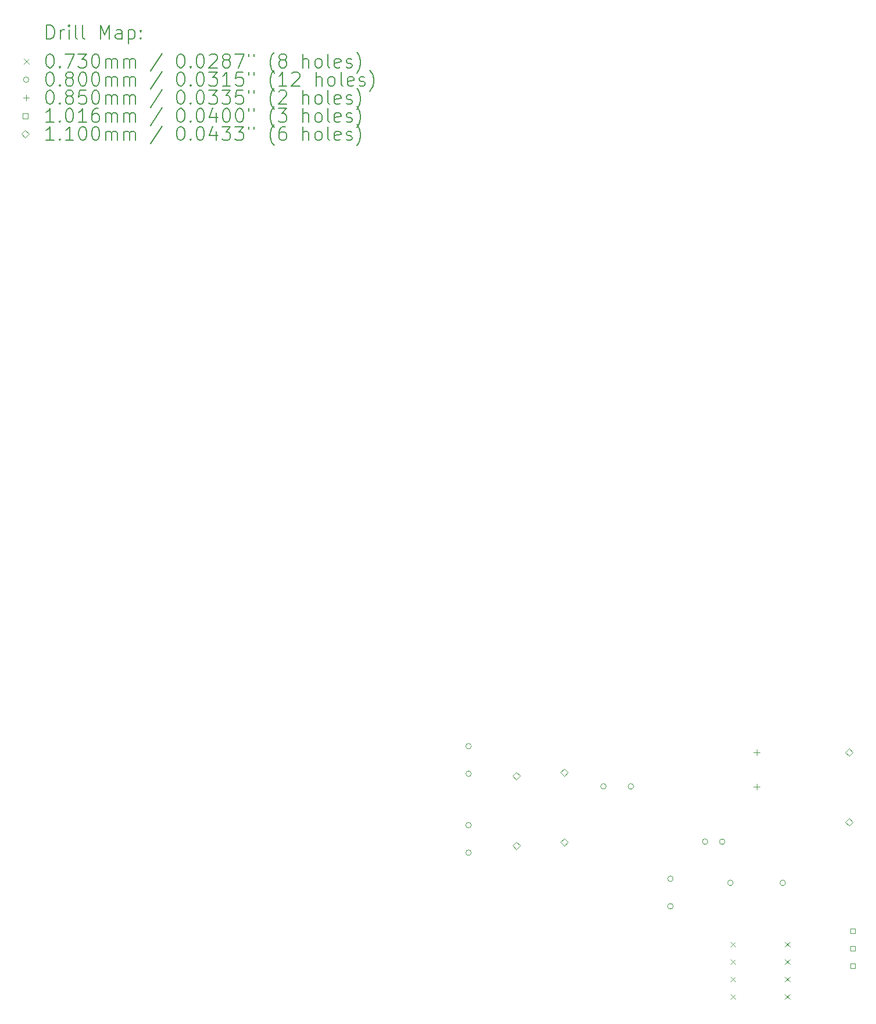
<source format=gbr>
%TF.GenerationSoftware,KiCad,Pcbnew,9.0.5*%
%TF.CreationDate,2025-12-09T22:24:11+01:00*%
%TF.ProjectId,hardware,68617264-7761-4726-952e-6b696361645f,rev?*%
%TF.SameCoordinates,Original*%
%TF.FileFunction,Drillmap*%
%TF.FilePolarity,Positive*%
%FSLAX45Y45*%
G04 Gerber Fmt 4.5, Leading zero omitted, Abs format (unit mm)*
G04 Created by KiCad (PCBNEW 9.0.5) date 2025-12-09 22:24:11*
%MOMM*%
%LPD*%
G01*
G04 APERTURE LIST*
%ADD10C,0.200000*%
%ADD11C,0.100000*%
%ADD12C,0.101600*%
%ADD13C,0.110000*%
G04 APERTURE END LIST*
D10*
D11*
X10219500Y-13459500D02*
X10292500Y-13532500D01*
X10292500Y-13459500D02*
X10219500Y-13532500D01*
X10219500Y-13713500D02*
X10292500Y-13786500D01*
X10292500Y-13713500D02*
X10219500Y-13786500D01*
X10219500Y-13967500D02*
X10292500Y-14040500D01*
X10292500Y-13967500D02*
X10219500Y-14040500D01*
X10219500Y-14221500D02*
X10292500Y-14294500D01*
X10292500Y-14221500D02*
X10219500Y-14294500D01*
X11013500Y-13459500D02*
X11086500Y-13532500D01*
X11086500Y-13459500D02*
X11013500Y-13532500D01*
X11013500Y-13713500D02*
X11086500Y-13786500D01*
X11086500Y-13713500D02*
X11013500Y-13786500D01*
X11013500Y-13967500D02*
X11086500Y-14040500D01*
X11086500Y-13967500D02*
X11013500Y-14040500D01*
X11013500Y-14221500D02*
X11086500Y-14294500D01*
X11086500Y-14221500D02*
X11013500Y-14294500D01*
X6445000Y-10610000D02*
G75*
G02*
X6365000Y-10610000I-40000J0D01*
G01*
X6365000Y-10610000D02*
G75*
G02*
X6445000Y-10610000I40000J0D01*
G01*
X6445000Y-11010000D02*
G75*
G02*
X6365000Y-11010000I-40000J0D01*
G01*
X6365000Y-11010000D02*
G75*
G02*
X6445000Y-11010000I40000J0D01*
G01*
X6445000Y-11760000D02*
G75*
G02*
X6365000Y-11760000I-40000J0D01*
G01*
X6365000Y-11760000D02*
G75*
G02*
X6445000Y-11760000I40000J0D01*
G01*
X6445000Y-12160000D02*
G75*
G02*
X6365000Y-12160000I-40000J0D01*
G01*
X6365000Y-12160000D02*
G75*
G02*
X6445000Y-12160000I40000J0D01*
G01*
X8410000Y-11195000D02*
G75*
G02*
X8330000Y-11195000I-40000J0D01*
G01*
X8330000Y-11195000D02*
G75*
G02*
X8410000Y-11195000I40000J0D01*
G01*
X8810000Y-11195000D02*
G75*
G02*
X8730000Y-11195000I-40000J0D01*
G01*
X8730000Y-11195000D02*
G75*
G02*
X8810000Y-11195000I40000J0D01*
G01*
X9385000Y-12540000D02*
G75*
G02*
X9305000Y-12540000I-40000J0D01*
G01*
X9305000Y-12540000D02*
G75*
G02*
X9385000Y-12540000I40000J0D01*
G01*
X9385000Y-12940000D02*
G75*
G02*
X9305000Y-12940000I-40000J0D01*
G01*
X9305000Y-12940000D02*
G75*
G02*
X9385000Y-12940000I40000J0D01*
G01*
X9890000Y-12000000D02*
G75*
G02*
X9810000Y-12000000I-40000J0D01*
G01*
X9810000Y-12000000D02*
G75*
G02*
X9890000Y-12000000I40000J0D01*
G01*
X10140000Y-12000000D02*
G75*
G02*
X10060000Y-12000000I-40000J0D01*
G01*
X10060000Y-12000000D02*
G75*
G02*
X10140000Y-12000000I40000J0D01*
G01*
X10259000Y-12600000D02*
G75*
G02*
X10179000Y-12600000I-40000J0D01*
G01*
X10179000Y-12600000D02*
G75*
G02*
X10259000Y-12600000I40000J0D01*
G01*
X11021000Y-12600000D02*
G75*
G02*
X10941000Y-12600000I-40000J0D01*
G01*
X10941000Y-12600000D02*
G75*
G02*
X11021000Y-12600000I40000J0D01*
G01*
X10600000Y-10657500D02*
X10600000Y-10742500D01*
X10557500Y-10700000D02*
X10642500Y-10700000D01*
X10600000Y-11157500D02*
X10600000Y-11242500D01*
X10557500Y-11200000D02*
X10642500Y-11200000D01*
D12*
X12035921Y-13335921D02*
X12035921Y-13264079D01*
X11964079Y-13264079D01*
X11964079Y-13335921D01*
X12035921Y-13335921D01*
X12035921Y-13589921D02*
X12035921Y-13518079D01*
X11964079Y-13518079D01*
X11964079Y-13589921D01*
X12035921Y-13589921D01*
X12035921Y-13843921D02*
X12035921Y-13772079D01*
X11964079Y-13772079D01*
X11964079Y-13843921D01*
X12035921Y-13843921D01*
D13*
X7100000Y-11097000D02*
X7155000Y-11042000D01*
X7100000Y-10987000D01*
X7045000Y-11042000D01*
X7100000Y-11097000D01*
X7100000Y-12113000D02*
X7155000Y-12058000D01*
X7100000Y-12003000D01*
X7045000Y-12058000D01*
X7100000Y-12113000D01*
X7800000Y-11047000D02*
X7855000Y-10992000D01*
X7800000Y-10937000D01*
X7745000Y-10992000D01*
X7800000Y-11047000D01*
X7800000Y-12063000D02*
X7855000Y-12008000D01*
X7800000Y-11953000D01*
X7745000Y-12008000D01*
X7800000Y-12063000D01*
X11950000Y-10755000D02*
X12005000Y-10700000D01*
X11950000Y-10645000D01*
X11895000Y-10700000D01*
X11950000Y-10755000D01*
X11950000Y-11771000D02*
X12005000Y-11716000D01*
X11950000Y-11661000D01*
X11895000Y-11716000D01*
X11950000Y-11771000D01*
D10*
X260777Y-311484D02*
X260777Y-111484D01*
X260777Y-111484D02*
X308396Y-111484D01*
X308396Y-111484D02*
X336967Y-121008D01*
X336967Y-121008D02*
X356015Y-140055D01*
X356015Y-140055D02*
X365539Y-159103D01*
X365539Y-159103D02*
X375062Y-197198D01*
X375062Y-197198D02*
X375062Y-225769D01*
X375062Y-225769D02*
X365539Y-263865D01*
X365539Y-263865D02*
X356015Y-282912D01*
X356015Y-282912D02*
X336967Y-301960D01*
X336967Y-301960D02*
X308396Y-311484D01*
X308396Y-311484D02*
X260777Y-311484D01*
X460777Y-311484D02*
X460777Y-178150D01*
X460777Y-216246D02*
X470301Y-197198D01*
X470301Y-197198D02*
X479824Y-187674D01*
X479824Y-187674D02*
X498872Y-178150D01*
X498872Y-178150D02*
X517920Y-178150D01*
X584586Y-311484D02*
X584586Y-178150D01*
X584586Y-111484D02*
X575063Y-121008D01*
X575063Y-121008D02*
X584586Y-130531D01*
X584586Y-130531D02*
X594110Y-121008D01*
X594110Y-121008D02*
X584586Y-111484D01*
X584586Y-111484D02*
X584586Y-130531D01*
X708396Y-311484D02*
X689348Y-301960D01*
X689348Y-301960D02*
X679824Y-282912D01*
X679824Y-282912D02*
X679824Y-111484D01*
X813158Y-311484D02*
X794110Y-301960D01*
X794110Y-301960D02*
X784586Y-282912D01*
X784586Y-282912D02*
X784586Y-111484D01*
X1041729Y-311484D02*
X1041729Y-111484D01*
X1041729Y-111484D02*
X1108396Y-254341D01*
X1108396Y-254341D02*
X1175063Y-111484D01*
X1175063Y-111484D02*
X1175063Y-311484D01*
X1356015Y-311484D02*
X1356015Y-206722D01*
X1356015Y-206722D02*
X1346491Y-187674D01*
X1346491Y-187674D02*
X1327444Y-178150D01*
X1327444Y-178150D02*
X1289348Y-178150D01*
X1289348Y-178150D02*
X1270301Y-187674D01*
X1356015Y-301960D02*
X1336967Y-311484D01*
X1336967Y-311484D02*
X1289348Y-311484D01*
X1289348Y-311484D02*
X1270301Y-301960D01*
X1270301Y-301960D02*
X1260777Y-282912D01*
X1260777Y-282912D02*
X1260777Y-263865D01*
X1260777Y-263865D02*
X1270301Y-244817D01*
X1270301Y-244817D02*
X1289348Y-235293D01*
X1289348Y-235293D02*
X1336967Y-235293D01*
X1336967Y-235293D02*
X1356015Y-225769D01*
X1451253Y-178150D02*
X1451253Y-378150D01*
X1451253Y-187674D02*
X1470301Y-178150D01*
X1470301Y-178150D02*
X1508396Y-178150D01*
X1508396Y-178150D02*
X1527443Y-187674D01*
X1527443Y-187674D02*
X1536967Y-197198D01*
X1536967Y-197198D02*
X1546491Y-216246D01*
X1546491Y-216246D02*
X1546491Y-273389D01*
X1546491Y-273389D02*
X1536967Y-292436D01*
X1536967Y-292436D02*
X1527443Y-301960D01*
X1527443Y-301960D02*
X1508396Y-311484D01*
X1508396Y-311484D02*
X1470301Y-311484D01*
X1470301Y-311484D02*
X1451253Y-301960D01*
X1632205Y-292436D02*
X1641729Y-301960D01*
X1641729Y-301960D02*
X1632205Y-311484D01*
X1632205Y-311484D02*
X1622682Y-301960D01*
X1622682Y-301960D02*
X1632205Y-292436D01*
X1632205Y-292436D02*
X1632205Y-311484D01*
X1632205Y-187674D02*
X1641729Y-197198D01*
X1641729Y-197198D02*
X1632205Y-206722D01*
X1632205Y-206722D02*
X1622682Y-197198D01*
X1622682Y-197198D02*
X1632205Y-187674D01*
X1632205Y-187674D02*
X1632205Y-206722D01*
D11*
X-73000Y-603500D02*
X0Y-676500D01*
X0Y-603500D02*
X-73000Y-676500D01*
D10*
X298872Y-531484D02*
X317920Y-531484D01*
X317920Y-531484D02*
X336967Y-541008D01*
X336967Y-541008D02*
X346491Y-550531D01*
X346491Y-550531D02*
X356015Y-569579D01*
X356015Y-569579D02*
X365539Y-607674D01*
X365539Y-607674D02*
X365539Y-655293D01*
X365539Y-655293D02*
X356015Y-693389D01*
X356015Y-693389D02*
X346491Y-712436D01*
X346491Y-712436D02*
X336967Y-721960D01*
X336967Y-721960D02*
X317920Y-731484D01*
X317920Y-731484D02*
X298872Y-731484D01*
X298872Y-731484D02*
X279824Y-721960D01*
X279824Y-721960D02*
X270301Y-712436D01*
X270301Y-712436D02*
X260777Y-693389D01*
X260777Y-693389D02*
X251253Y-655293D01*
X251253Y-655293D02*
X251253Y-607674D01*
X251253Y-607674D02*
X260777Y-569579D01*
X260777Y-569579D02*
X270301Y-550531D01*
X270301Y-550531D02*
X279824Y-541008D01*
X279824Y-541008D02*
X298872Y-531484D01*
X451253Y-712436D02*
X460777Y-721960D01*
X460777Y-721960D02*
X451253Y-731484D01*
X451253Y-731484D02*
X441729Y-721960D01*
X441729Y-721960D02*
X451253Y-712436D01*
X451253Y-712436D02*
X451253Y-731484D01*
X527444Y-531484D02*
X660777Y-531484D01*
X660777Y-531484D02*
X575063Y-731484D01*
X717920Y-531484D02*
X841729Y-531484D01*
X841729Y-531484D02*
X775062Y-607674D01*
X775062Y-607674D02*
X803634Y-607674D01*
X803634Y-607674D02*
X822682Y-617198D01*
X822682Y-617198D02*
X832205Y-626722D01*
X832205Y-626722D02*
X841729Y-645770D01*
X841729Y-645770D02*
X841729Y-693389D01*
X841729Y-693389D02*
X832205Y-712436D01*
X832205Y-712436D02*
X822682Y-721960D01*
X822682Y-721960D02*
X803634Y-731484D01*
X803634Y-731484D02*
X746491Y-731484D01*
X746491Y-731484D02*
X727443Y-721960D01*
X727443Y-721960D02*
X717920Y-712436D01*
X965539Y-531484D02*
X984586Y-531484D01*
X984586Y-531484D02*
X1003634Y-541008D01*
X1003634Y-541008D02*
X1013158Y-550531D01*
X1013158Y-550531D02*
X1022682Y-569579D01*
X1022682Y-569579D02*
X1032205Y-607674D01*
X1032205Y-607674D02*
X1032205Y-655293D01*
X1032205Y-655293D02*
X1022682Y-693389D01*
X1022682Y-693389D02*
X1013158Y-712436D01*
X1013158Y-712436D02*
X1003634Y-721960D01*
X1003634Y-721960D02*
X984586Y-731484D01*
X984586Y-731484D02*
X965539Y-731484D01*
X965539Y-731484D02*
X946491Y-721960D01*
X946491Y-721960D02*
X936967Y-712436D01*
X936967Y-712436D02*
X927443Y-693389D01*
X927443Y-693389D02*
X917920Y-655293D01*
X917920Y-655293D02*
X917920Y-607674D01*
X917920Y-607674D02*
X927443Y-569579D01*
X927443Y-569579D02*
X936967Y-550531D01*
X936967Y-550531D02*
X946491Y-541008D01*
X946491Y-541008D02*
X965539Y-531484D01*
X1117920Y-731484D02*
X1117920Y-598150D01*
X1117920Y-617198D02*
X1127444Y-607674D01*
X1127444Y-607674D02*
X1146491Y-598150D01*
X1146491Y-598150D02*
X1175063Y-598150D01*
X1175063Y-598150D02*
X1194110Y-607674D01*
X1194110Y-607674D02*
X1203634Y-626722D01*
X1203634Y-626722D02*
X1203634Y-731484D01*
X1203634Y-626722D02*
X1213158Y-607674D01*
X1213158Y-607674D02*
X1232205Y-598150D01*
X1232205Y-598150D02*
X1260777Y-598150D01*
X1260777Y-598150D02*
X1279825Y-607674D01*
X1279825Y-607674D02*
X1289348Y-626722D01*
X1289348Y-626722D02*
X1289348Y-731484D01*
X1384586Y-731484D02*
X1384586Y-598150D01*
X1384586Y-617198D02*
X1394110Y-607674D01*
X1394110Y-607674D02*
X1413158Y-598150D01*
X1413158Y-598150D02*
X1441729Y-598150D01*
X1441729Y-598150D02*
X1460777Y-607674D01*
X1460777Y-607674D02*
X1470301Y-626722D01*
X1470301Y-626722D02*
X1470301Y-731484D01*
X1470301Y-626722D02*
X1479824Y-607674D01*
X1479824Y-607674D02*
X1498872Y-598150D01*
X1498872Y-598150D02*
X1527443Y-598150D01*
X1527443Y-598150D02*
X1546491Y-607674D01*
X1546491Y-607674D02*
X1556015Y-626722D01*
X1556015Y-626722D02*
X1556015Y-731484D01*
X1946491Y-521960D02*
X1775063Y-779103D01*
X2203634Y-531484D02*
X2222682Y-531484D01*
X2222682Y-531484D02*
X2241729Y-541008D01*
X2241729Y-541008D02*
X2251253Y-550531D01*
X2251253Y-550531D02*
X2260777Y-569579D01*
X2260777Y-569579D02*
X2270301Y-607674D01*
X2270301Y-607674D02*
X2270301Y-655293D01*
X2270301Y-655293D02*
X2260777Y-693389D01*
X2260777Y-693389D02*
X2251253Y-712436D01*
X2251253Y-712436D02*
X2241729Y-721960D01*
X2241729Y-721960D02*
X2222682Y-731484D01*
X2222682Y-731484D02*
X2203634Y-731484D01*
X2203634Y-731484D02*
X2184587Y-721960D01*
X2184587Y-721960D02*
X2175063Y-712436D01*
X2175063Y-712436D02*
X2165539Y-693389D01*
X2165539Y-693389D02*
X2156015Y-655293D01*
X2156015Y-655293D02*
X2156015Y-607674D01*
X2156015Y-607674D02*
X2165539Y-569579D01*
X2165539Y-569579D02*
X2175063Y-550531D01*
X2175063Y-550531D02*
X2184587Y-541008D01*
X2184587Y-541008D02*
X2203634Y-531484D01*
X2356015Y-712436D02*
X2365539Y-721960D01*
X2365539Y-721960D02*
X2356015Y-731484D01*
X2356015Y-731484D02*
X2346491Y-721960D01*
X2346491Y-721960D02*
X2356015Y-712436D01*
X2356015Y-712436D02*
X2356015Y-731484D01*
X2489348Y-531484D02*
X2508396Y-531484D01*
X2508396Y-531484D02*
X2527444Y-541008D01*
X2527444Y-541008D02*
X2536968Y-550531D01*
X2536968Y-550531D02*
X2546491Y-569579D01*
X2546491Y-569579D02*
X2556015Y-607674D01*
X2556015Y-607674D02*
X2556015Y-655293D01*
X2556015Y-655293D02*
X2546491Y-693389D01*
X2546491Y-693389D02*
X2536968Y-712436D01*
X2536968Y-712436D02*
X2527444Y-721960D01*
X2527444Y-721960D02*
X2508396Y-731484D01*
X2508396Y-731484D02*
X2489348Y-731484D01*
X2489348Y-731484D02*
X2470301Y-721960D01*
X2470301Y-721960D02*
X2460777Y-712436D01*
X2460777Y-712436D02*
X2451253Y-693389D01*
X2451253Y-693389D02*
X2441729Y-655293D01*
X2441729Y-655293D02*
X2441729Y-607674D01*
X2441729Y-607674D02*
X2451253Y-569579D01*
X2451253Y-569579D02*
X2460777Y-550531D01*
X2460777Y-550531D02*
X2470301Y-541008D01*
X2470301Y-541008D02*
X2489348Y-531484D01*
X2632206Y-550531D02*
X2641729Y-541008D01*
X2641729Y-541008D02*
X2660777Y-531484D01*
X2660777Y-531484D02*
X2708396Y-531484D01*
X2708396Y-531484D02*
X2727444Y-541008D01*
X2727444Y-541008D02*
X2736968Y-550531D01*
X2736968Y-550531D02*
X2746491Y-569579D01*
X2746491Y-569579D02*
X2746491Y-588627D01*
X2746491Y-588627D02*
X2736968Y-617198D01*
X2736968Y-617198D02*
X2622682Y-731484D01*
X2622682Y-731484D02*
X2746491Y-731484D01*
X2860777Y-617198D02*
X2841729Y-607674D01*
X2841729Y-607674D02*
X2832206Y-598150D01*
X2832206Y-598150D02*
X2822682Y-579103D01*
X2822682Y-579103D02*
X2822682Y-569579D01*
X2822682Y-569579D02*
X2832206Y-550531D01*
X2832206Y-550531D02*
X2841729Y-541008D01*
X2841729Y-541008D02*
X2860777Y-531484D01*
X2860777Y-531484D02*
X2898872Y-531484D01*
X2898872Y-531484D02*
X2917920Y-541008D01*
X2917920Y-541008D02*
X2927444Y-550531D01*
X2927444Y-550531D02*
X2936967Y-569579D01*
X2936967Y-569579D02*
X2936967Y-579103D01*
X2936967Y-579103D02*
X2927444Y-598150D01*
X2927444Y-598150D02*
X2917920Y-607674D01*
X2917920Y-607674D02*
X2898872Y-617198D01*
X2898872Y-617198D02*
X2860777Y-617198D01*
X2860777Y-617198D02*
X2841729Y-626722D01*
X2841729Y-626722D02*
X2832206Y-636246D01*
X2832206Y-636246D02*
X2822682Y-655293D01*
X2822682Y-655293D02*
X2822682Y-693389D01*
X2822682Y-693389D02*
X2832206Y-712436D01*
X2832206Y-712436D02*
X2841729Y-721960D01*
X2841729Y-721960D02*
X2860777Y-731484D01*
X2860777Y-731484D02*
X2898872Y-731484D01*
X2898872Y-731484D02*
X2917920Y-721960D01*
X2917920Y-721960D02*
X2927444Y-712436D01*
X2927444Y-712436D02*
X2936967Y-693389D01*
X2936967Y-693389D02*
X2936967Y-655293D01*
X2936967Y-655293D02*
X2927444Y-636246D01*
X2927444Y-636246D02*
X2917920Y-626722D01*
X2917920Y-626722D02*
X2898872Y-617198D01*
X3003634Y-531484D02*
X3136967Y-531484D01*
X3136967Y-531484D02*
X3051253Y-731484D01*
X3203634Y-531484D02*
X3203634Y-569579D01*
X3279825Y-531484D02*
X3279825Y-569579D01*
X3575063Y-807674D02*
X3565539Y-798150D01*
X3565539Y-798150D02*
X3546491Y-769579D01*
X3546491Y-769579D02*
X3536968Y-750531D01*
X3536968Y-750531D02*
X3527444Y-721960D01*
X3527444Y-721960D02*
X3517920Y-674341D01*
X3517920Y-674341D02*
X3517920Y-636246D01*
X3517920Y-636246D02*
X3527444Y-588627D01*
X3527444Y-588627D02*
X3536968Y-560055D01*
X3536968Y-560055D02*
X3546491Y-541008D01*
X3546491Y-541008D02*
X3565539Y-512436D01*
X3565539Y-512436D02*
X3575063Y-502912D01*
X3679825Y-617198D02*
X3660777Y-607674D01*
X3660777Y-607674D02*
X3651253Y-598150D01*
X3651253Y-598150D02*
X3641729Y-579103D01*
X3641729Y-579103D02*
X3641729Y-569579D01*
X3641729Y-569579D02*
X3651253Y-550531D01*
X3651253Y-550531D02*
X3660777Y-541008D01*
X3660777Y-541008D02*
X3679825Y-531484D01*
X3679825Y-531484D02*
X3717920Y-531484D01*
X3717920Y-531484D02*
X3736968Y-541008D01*
X3736968Y-541008D02*
X3746491Y-550531D01*
X3746491Y-550531D02*
X3756015Y-569579D01*
X3756015Y-569579D02*
X3756015Y-579103D01*
X3756015Y-579103D02*
X3746491Y-598150D01*
X3746491Y-598150D02*
X3736968Y-607674D01*
X3736968Y-607674D02*
X3717920Y-617198D01*
X3717920Y-617198D02*
X3679825Y-617198D01*
X3679825Y-617198D02*
X3660777Y-626722D01*
X3660777Y-626722D02*
X3651253Y-636246D01*
X3651253Y-636246D02*
X3641729Y-655293D01*
X3641729Y-655293D02*
X3641729Y-693389D01*
X3641729Y-693389D02*
X3651253Y-712436D01*
X3651253Y-712436D02*
X3660777Y-721960D01*
X3660777Y-721960D02*
X3679825Y-731484D01*
X3679825Y-731484D02*
X3717920Y-731484D01*
X3717920Y-731484D02*
X3736968Y-721960D01*
X3736968Y-721960D02*
X3746491Y-712436D01*
X3746491Y-712436D02*
X3756015Y-693389D01*
X3756015Y-693389D02*
X3756015Y-655293D01*
X3756015Y-655293D02*
X3746491Y-636246D01*
X3746491Y-636246D02*
X3736968Y-626722D01*
X3736968Y-626722D02*
X3717920Y-617198D01*
X3994110Y-731484D02*
X3994110Y-531484D01*
X4079825Y-731484D02*
X4079825Y-626722D01*
X4079825Y-626722D02*
X4070301Y-607674D01*
X4070301Y-607674D02*
X4051253Y-598150D01*
X4051253Y-598150D02*
X4022682Y-598150D01*
X4022682Y-598150D02*
X4003634Y-607674D01*
X4003634Y-607674D02*
X3994110Y-617198D01*
X4203634Y-731484D02*
X4184587Y-721960D01*
X4184587Y-721960D02*
X4175063Y-712436D01*
X4175063Y-712436D02*
X4165539Y-693389D01*
X4165539Y-693389D02*
X4165539Y-636246D01*
X4165539Y-636246D02*
X4175063Y-617198D01*
X4175063Y-617198D02*
X4184587Y-607674D01*
X4184587Y-607674D02*
X4203634Y-598150D01*
X4203634Y-598150D02*
X4232206Y-598150D01*
X4232206Y-598150D02*
X4251253Y-607674D01*
X4251253Y-607674D02*
X4260777Y-617198D01*
X4260777Y-617198D02*
X4270301Y-636246D01*
X4270301Y-636246D02*
X4270301Y-693389D01*
X4270301Y-693389D02*
X4260777Y-712436D01*
X4260777Y-712436D02*
X4251253Y-721960D01*
X4251253Y-721960D02*
X4232206Y-731484D01*
X4232206Y-731484D02*
X4203634Y-731484D01*
X4384587Y-731484D02*
X4365539Y-721960D01*
X4365539Y-721960D02*
X4356015Y-702912D01*
X4356015Y-702912D02*
X4356015Y-531484D01*
X4536968Y-721960D02*
X4517920Y-731484D01*
X4517920Y-731484D02*
X4479825Y-731484D01*
X4479825Y-731484D02*
X4460777Y-721960D01*
X4460777Y-721960D02*
X4451253Y-702912D01*
X4451253Y-702912D02*
X4451253Y-626722D01*
X4451253Y-626722D02*
X4460777Y-607674D01*
X4460777Y-607674D02*
X4479825Y-598150D01*
X4479825Y-598150D02*
X4517920Y-598150D01*
X4517920Y-598150D02*
X4536968Y-607674D01*
X4536968Y-607674D02*
X4546492Y-626722D01*
X4546492Y-626722D02*
X4546492Y-645770D01*
X4546492Y-645770D02*
X4451253Y-664817D01*
X4622682Y-721960D02*
X4641730Y-731484D01*
X4641730Y-731484D02*
X4679825Y-731484D01*
X4679825Y-731484D02*
X4698873Y-721960D01*
X4698873Y-721960D02*
X4708396Y-702912D01*
X4708396Y-702912D02*
X4708396Y-693389D01*
X4708396Y-693389D02*
X4698873Y-674341D01*
X4698873Y-674341D02*
X4679825Y-664817D01*
X4679825Y-664817D02*
X4651253Y-664817D01*
X4651253Y-664817D02*
X4632206Y-655293D01*
X4632206Y-655293D02*
X4622682Y-636246D01*
X4622682Y-636246D02*
X4622682Y-626722D01*
X4622682Y-626722D02*
X4632206Y-607674D01*
X4632206Y-607674D02*
X4651253Y-598150D01*
X4651253Y-598150D02*
X4679825Y-598150D01*
X4679825Y-598150D02*
X4698873Y-607674D01*
X4775063Y-807674D02*
X4784587Y-798150D01*
X4784587Y-798150D02*
X4803634Y-769579D01*
X4803634Y-769579D02*
X4813158Y-750531D01*
X4813158Y-750531D02*
X4822682Y-721960D01*
X4822682Y-721960D02*
X4832206Y-674341D01*
X4832206Y-674341D02*
X4832206Y-636246D01*
X4832206Y-636246D02*
X4822682Y-588627D01*
X4822682Y-588627D02*
X4813158Y-560055D01*
X4813158Y-560055D02*
X4803634Y-541008D01*
X4803634Y-541008D02*
X4784587Y-512436D01*
X4784587Y-512436D02*
X4775063Y-502912D01*
D11*
X0Y-904000D02*
G75*
G02*
X-80000Y-904000I-40000J0D01*
G01*
X-80000Y-904000D02*
G75*
G02*
X0Y-904000I40000J0D01*
G01*
D10*
X298872Y-795484D02*
X317920Y-795484D01*
X317920Y-795484D02*
X336967Y-805008D01*
X336967Y-805008D02*
X346491Y-814531D01*
X346491Y-814531D02*
X356015Y-833579D01*
X356015Y-833579D02*
X365539Y-871674D01*
X365539Y-871674D02*
X365539Y-919293D01*
X365539Y-919293D02*
X356015Y-957388D01*
X356015Y-957388D02*
X346491Y-976436D01*
X346491Y-976436D02*
X336967Y-985960D01*
X336967Y-985960D02*
X317920Y-995484D01*
X317920Y-995484D02*
X298872Y-995484D01*
X298872Y-995484D02*
X279824Y-985960D01*
X279824Y-985960D02*
X270301Y-976436D01*
X270301Y-976436D02*
X260777Y-957388D01*
X260777Y-957388D02*
X251253Y-919293D01*
X251253Y-919293D02*
X251253Y-871674D01*
X251253Y-871674D02*
X260777Y-833579D01*
X260777Y-833579D02*
X270301Y-814531D01*
X270301Y-814531D02*
X279824Y-805008D01*
X279824Y-805008D02*
X298872Y-795484D01*
X451253Y-976436D02*
X460777Y-985960D01*
X460777Y-985960D02*
X451253Y-995484D01*
X451253Y-995484D02*
X441729Y-985960D01*
X441729Y-985960D02*
X451253Y-976436D01*
X451253Y-976436D02*
X451253Y-995484D01*
X575063Y-881198D02*
X556015Y-871674D01*
X556015Y-871674D02*
X546491Y-862150D01*
X546491Y-862150D02*
X536967Y-843103D01*
X536967Y-843103D02*
X536967Y-833579D01*
X536967Y-833579D02*
X546491Y-814531D01*
X546491Y-814531D02*
X556015Y-805008D01*
X556015Y-805008D02*
X575063Y-795484D01*
X575063Y-795484D02*
X613158Y-795484D01*
X613158Y-795484D02*
X632205Y-805008D01*
X632205Y-805008D02*
X641729Y-814531D01*
X641729Y-814531D02*
X651253Y-833579D01*
X651253Y-833579D02*
X651253Y-843103D01*
X651253Y-843103D02*
X641729Y-862150D01*
X641729Y-862150D02*
X632205Y-871674D01*
X632205Y-871674D02*
X613158Y-881198D01*
X613158Y-881198D02*
X575063Y-881198D01*
X575063Y-881198D02*
X556015Y-890722D01*
X556015Y-890722D02*
X546491Y-900246D01*
X546491Y-900246D02*
X536967Y-919293D01*
X536967Y-919293D02*
X536967Y-957388D01*
X536967Y-957388D02*
X546491Y-976436D01*
X546491Y-976436D02*
X556015Y-985960D01*
X556015Y-985960D02*
X575063Y-995484D01*
X575063Y-995484D02*
X613158Y-995484D01*
X613158Y-995484D02*
X632205Y-985960D01*
X632205Y-985960D02*
X641729Y-976436D01*
X641729Y-976436D02*
X651253Y-957388D01*
X651253Y-957388D02*
X651253Y-919293D01*
X651253Y-919293D02*
X641729Y-900246D01*
X641729Y-900246D02*
X632205Y-890722D01*
X632205Y-890722D02*
X613158Y-881198D01*
X775062Y-795484D02*
X794110Y-795484D01*
X794110Y-795484D02*
X813158Y-805008D01*
X813158Y-805008D02*
X822682Y-814531D01*
X822682Y-814531D02*
X832205Y-833579D01*
X832205Y-833579D02*
X841729Y-871674D01*
X841729Y-871674D02*
X841729Y-919293D01*
X841729Y-919293D02*
X832205Y-957388D01*
X832205Y-957388D02*
X822682Y-976436D01*
X822682Y-976436D02*
X813158Y-985960D01*
X813158Y-985960D02*
X794110Y-995484D01*
X794110Y-995484D02*
X775062Y-995484D01*
X775062Y-995484D02*
X756015Y-985960D01*
X756015Y-985960D02*
X746491Y-976436D01*
X746491Y-976436D02*
X736967Y-957388D01*
X736967Y-957388D02*
X727443Y-919293D01*
X727443Y-919293D02*
X727443Y-871674D01*
X727443Y-871674D02*
X736967Y-833579D01*
X736967Y-833579D02*
X746491Y-814531D01*
X746491Y-814531D02*
X756015Y-805008D01*
X756015Y-805008D02*
X775062Y-795484D01*
X965539Y-795484D02*
X984586Y-795484D01*
X984586Y-795484D02*
X1003634Y-805008D01*
X1003634Y-805008D02*
X1013158Y-814531D01*
X1013158Y-814531D02*
X1022682Y-833579D01*
X1022682Y-833579D02*
X1032205Y-871674D01*
X1032205Y-871674D02*
X1032205Y-919293D01*
X1032205Y-919293D02*
X1022682Y-957388D01*
X1022682Y-957388D02*
X1013158Y-976436D01*
X1013158Y-976436D02*
X1003634Y-985960D01*
X1003634Y-985960D02*
X984586Y-995484D01*
X984586Y-995484D02*
X965539Y-995484D01*
X965539Y-995484D02*
X946491Y-985960D01*
X946491Y-985960D02*
X936967Y-976436D01*
X936967Y-976436D02*
X927443Y-957388D01*
X927443Y-957388D02*
X917920Y-919293D01*
X917920Y-919293D02*
X917920Y-871674D01*
X917920Y-871674D02*
X927443Y-833579D01*
X927443Y-833579D02*
X936967Y-814531D01*
X936967Y-814531D02*
X946491Y-805008D01*
X946491Y-805008D02*
X965539Y-795484D01*
X1117920Y-995484D02*
X1117920Y-862150D01*
X1117920Y-881198D02*
X1127444Y-871674D01*
X1127444Y-871674D02*
X1146491Y-862150D01*
X1146491Y-862150D02*
X1175063Y-862150D01*
X1175063Y-862150D02*
X1194110Y-871674D01*
X1194110Y-871674D02*
X1203634Y-890722D01*
X1203634Y-890722D02*
X1203634Y-995484D01*
X1203634Y-890722D02*
X1213158Y-871674D01*
X1213158Y-871674D02*
X1232205Y-862150D01*
X1232205Y-862150D02*
X1260777Y-862150D01*
X1260777Y-862150D02*
X1279825Y-871674D01*
X1279825Y-871674D02*
X1289348Y-890722D01*
X1289348Y-890722D02*
X1289348Y-995484D01*
X1384586Y-995484D02*
X1384586Y-862150D01*
X1384586Y-881198D02*
X1394110Y-871674D01*
X1394110Y-871674D02*
X1413158Y-862150D01*
X1413158Y-862150D02*
X1441729Y-862150D01*
X1441729Y-862150D02*
X1460777Y-871674D01*
X1460777Y-871674D02*
X1470301Y-890722D01*
X1470301Y-890722D02*
X1470301Y-995484D01*
X1470301Y-890722D02*
X1479824Y-871674D01*
X1479824Y-871674D02*
X1498872Y-862150D01*
X1498872Y-862150D02*
X1527443Y-862150D01*
X1527443Y-862150D02*
X1546491Y-871674D01*
X1546491Y-871674D02*
X1556015Y-890722D01*
X1556015Y-890722D02*
X1556015Y-995484D01*
X1946491Y-785960D02*
X1775063Y-1043103D01*
X2203634Y-795484D02*
X2222682Y-795484D01*
X2222682Y-795484D02*
X2241729Y-805008D01*
X2241729Y-805008D02*
X2251253Y-814531D01*
X2251253Y-814531D02*
X2260777Y-833579D01*
X2260777Y-833579D02*
X2270301Y-871674D01*
X2270301Y-871674D02*
X2270301Y-919293D01*
X2270301Y-919293D02*
X2260777Y-957388D01*
X2260777Y-957388D02*
X2251253Y-976436D01*
X2251253Y-976436D02*
X2241729Y-985960D01*
X2241729Y-985960D02*
X2222682Y-995484D01*
X2222682Y-995484D02*
X2203634Y-995484D01*
X2203634Y-995484D02*
X2184587Y-985960D01*
X2184587Y-985960D02*
X2175063Y-976436D01*
X2175063Y-976436D02*
X2165539Y-957388D01*
X2165539Y-957388D02*
X2156015Y-919293D01*
X2156015Y-919293D02*
X2156015Y-871674D01*
X2156015Y-871674D02*
X2165539Y-833579D01*
X2165539Y-833579D02*
X2175063Y-814531D01*
X2175063Y-814531D02*
X2184587Y-805008D01*
X2184587Y-805008D02*
X2203634Y-795484D01*
X2356015Y-976436D02*
X2365539Y-985960D01*
X2365539Y-985960D02*
X2356015Y-995484D01*
X2356015Y-995484D02*
X2346491Y-985960D01*
X2346491Y-985960D02*
X2356015Y-976436D01*
X2356015Y-976436D02*
X2356015Y-995484D01*
X2489348Y-795484D02*
X2508396Y-795484D01*
X2508396Y-795484D02*
X2527444Y-805008D01*
X2527444Y-805008D02*
X2536968Y-814531D01*
X2536968Y-814531D02*
X2546491Y-833579D01*
X2546491Y-833579D02*
X2556015Y-871674D01*
X2556015Y-871674D02*
X2556015Y-919293D01*
X2556015Y-919293D02*
X2546491Y-957388D01*
X2546491Y-957388D02*
X2536968Y-976436D01*
X2536968Y-976436D02*
X2527444Y-985960D01*
X2527444Y-985960D02*
X2508396Y-995484D01*
X2508396Y-995484D02*
X2489348Y-995484D01*
X2489348Y-995484D02*
X2470301Y-985960D01*
X2470301Y-985960D02*
X2460777Y-976436D01*
X2460777Y-976436D02*
X2451253Y-957388D01*
X2451253Y-957388D02*
X2441729Y-919293D01*
X2441729Y-919293D02*
X2441729Y-871674D01*
X2441729Y-871674D02*
X2451253Y-833579D01*
X2451253Y-833579D02*
X2460777Y-814531D01*
X2460777Y-814531D02*
X2470301Y-805008D01*
X2470301Y-805008D02*
X2489348Y-795484D01*
X2622682Y-795484D02*
X2746491Y-795484D01*
X2746491Y-795484D02*
X2679825Y-871674D01*
X2679825Y-871674D02*
X2708396Y-871674D01*
X2708396Y-871674D02*
X2727444Y-881198D01*
X2727444Y-881198D02*
X2736968Y-890722D01*
X2736968Y-890722D02*
X2746491Y-909769D01*
X2746491Y-909769D02*
X2746491Y-957388D01*
X2746491Y-957388D02*
X2736968Y-976436D01*
X2736968Y-976436D02*
X2727444Y-985960D01*
X2727444Y-985960D02*
X2708396Y-995484D01*
X2708396Y-995484D02*
X2651253Y-995484D01*
X2651253Y-995484D02*
X2632206Y-985960D01*
X2632206Y-985960D02*
X2622682Y-976436D01*
X2936967Y-995484D02*
X2822682Y-995484D01*
X2879825Y-995484D02*
X2879825Y-795484D01*
X2879825Y-795484D02*
X2860777Y-824055D01*
X2860777Y-824055D02*
X2841729Y-843103D01*
X2841729Y-843103D02*
X2822682Y-852627D01*
X3117920Y-795484D02*
X3022682Y-795484D01*
X3022682Y-795484D02*
X3013158Y-890722D01*
X3013158Y-890722D02*
X3022682Y-881198D01*
X3022682Y-881198D02*
X3041729Y-871674D01*
X3041729Y-871674D02*
X3089348Y-871674D01*
X3089348Y-871674D02*
X3108396Y-881198D01*
X3108396Y-881198D02*
X3117920Y-890722D01*
X3117920Y-890722D02*
X3127444Y-909769D01*
X3127444Y-909769D02*
X3127444Y-957388D01*
X3127444Y-957388D02*
X3117920Y-976436D01*
X3117920Y-976436D02*
X3108396Y-985960D01*
X3108396Y-985960D02*
X3089348Y-995484D01*
X3089348Y-995484D02*
X3041729Y-995484D01*
X3041729Y-995484D02*
X3022682Y-985960D01*
X3022682Y-985960D02*
X3013158Y-976436D01*
X3203634Y-795484D02*
X3203634Y-833579D01*
X3279825Y-795484D02*
X3279825Y-833579D01*
X3575063Y-1071674D02*
X3565539Y-1062150D01*
X3565539Y-1062150D02*
X3546491Y-1033579D01*
X3546491Y-1033579D02*
X3536968Y-1014531D01*
X3536968Y-1014531D02*
X3527444Y-985960D01*
X3527444Y-985960D02*
X3517920Y-938341D01*
X3517920Y-938341D02*
X3517920Y-900246D01*
X3517920Y-900246D02*
X3527444Y-852627D01*
X3527444Y-852627D02*
X3536968Y-824055D01*
X3536968Y-824055D02*
X3546491Y-805008D01*
X3546491Y-805008D02*
X3565539Y-776436D01*
X3565539Y-776436D02*
X3575063Y-766912D01*
X3756015Y-995484D02*
X3641729Y-995484D01*
X3698872Y-995484D02*
X3698872Y-795484D01*
X3698872Y-795484D02*
X3679825Y-824055D01*
X3679825Y-824055D02*
X3660777Y-843103D01*
X3660777Y-843103D02*
X3641729Y-852627D01*
X3832206Y-814531D02*
X3841729Y-805008D01*
X3841729Y-805008D02*
X3860777Y-795484D01*
X3860777Y-795484D02*
X3908396Y-795484D01*
X3908396Y-795484D02*
X3927444Y-805008D01*
X3927444Y-805008D02*
X3936968Y-814531D01*
X3936968Y-814531D02*
X3946491Y-833579D01*
X3946491Y-833579D02*
X3946491Y-852627D01*
X3946491Y-852627D02*
X3936968Y-881198D01*
X3936968Y-881198D02*
X3822682Y-995484D01*
X3822682Y-995484D02*
X3946491Y-995484D01*
X4184587Y-995484D02*
X4184587Y-795484D01*
X4270301Y-995484D02*
X4270301Y-890722D01*
X4270301Y-890722D02*
X4260777Y-871674D01*
X4260777Y-871674D02*
X4241730Y-862150D01*
X4241730Y-862150D02*
X4213158Y-862150D01*
X4213158Y-862150D02*
X4194110Y-871674D01*
X4194110Y-871674D02*
X4184587Y-881198D01*
X4394111Y-995484D02*
X4375063Y-985960D01*
X4375063Y-985960D02*
X4365539Y-976436D01*
X4365539Y-976436D02*
X4356015Y-957388D01*
X4356015Y-957388D02*
X4356015Y-900246D01*
X4356015Y-900246D02*
X4365539Y-881198D01*
X4365539Y-881198D02*
X4375063Y-871674D01*
X4375063Y-871674D02*
X4394111Y-862150D01*
X4394111Y-862150D02*
X4422682Y-862150D01*
X4422682Y-862150D02*
X4441730Y-871674D01*
X4441730Y-871674D02*
X4451253Y-881198D01*
X4451253Y-881198D02*
X4460777Y-900246D01*
X4460777Y-900246D02*
X4460777Y-957388D01*
X4460777Y-957388D02*
X4451253Y-976436D01*
X4451253Y-976436D02*
X4441730Y-985960D01*
X4441730Y-985960D02*
X4422682Y-995484D01*
X4422682Y-995484D02*
X4394111Y-995484D01*
X4575063Y-995484D02*
X4556015Y-985960D01*
X4556015Y-985960D02*
X4546492Y-966912D01*
X4546492Y-966912D02*
X4546492Y-795484D01*
X4727444Y-985960D02*
X4708396Y-995484D01*
X4708396Y-995484D02*
X4670301Y-995484D01*
X4670301Y-995484D02*
X4651253Y-985960D01*
X4651253Y-985960D02*
X4641730Y-966912D01*
X4641730Y-966912D02*
X4641730Y-890722D01*
X4641730Y-890722D02*
X4651253Y-871674D01*
X4651253Y-871674D02*
X4670301Y-862150D01*
X4670301Y-862150D02*
X4708396Y-862150D01*
X4708396Y-862150D02*
X4727444Y-871674D01*
X4727444Y-871674D02*
X4736968Y-890722D01*
X4736968Y-890722D02*
X4736968Y-909769D01*
X4736968Y-909769D02*
X4641730Y-928817D01*
X4813158Y-985960D02*
X4832206Y-995484D01*
X4832206Y-995484D02*
X4870301Y-995484D01*
X4870301Y-995484D02*
X4889349Y-985960D01*
X4889349Y-985960D02*
X4898873Y-966912D01*
X4898873Y-966912D02*
X4898873Y-957388D01*
X4898873Y-957388D02*
X4889349Y-938341D01*
X4889349Y-938341D02*
X4870301Y-928817D01*
X4870301Y-928817D02*
X4841730Y-928817D01*
X4841730Y-928817D02*
X4822682Y-919293D01*
X4822682Y-919293D02*
X4813158Y-900246D01*
X4813158Y-900246D02*
X4813158Y-890722D01*
X4813158Y-890722D02*
X4822682Y-871674D01*
X4822682Y-871674D02*
X4841730Y-862150D01*
X4841730Y-862150D02*
X4870301Y-862150D01*
X4870301Y-862150D02*
X4889349Y-871674D01*
X4965539Y-1071674D02*
X4975063Y-1062150D01*
X4975063Y-1062150D02*
X4994111Y-1033579D01*
X4994111Y-1033579D02*
X5003634Y-1014531D01*
X5003634Y-1014531D02*
X5013158Y-985960D01*
X5013158Y-985960D02*
X5022682Y-938341D01*
X5022682Y-938341D02*
X5022682Y-900246D01*
X5022682Y-900246D02*
X5013158Y-852627D01*
X5013158Y-852627D02*
X5003634Y-824055D01*
X5003634Y-824055D02*
X4994111Y-805008D01*
X4994111Y-805008D02*
X4975063Y-776436D01*
X4975063Y-776436D02*
X4965539Y-766912D01*
D11*
X-42500Y-1125500D02*
X-42500Y-1210500D01*
X-85000Y-1168000D02*
X0Y-1168000D01*
D10*
X298872Y-1059484D02*
X317920Y-1059484D01*
X317920Y-1059484D02*
X336967Y-1069008D01*
X336967Y-1069008D02*
X346491Y-1078531D01*
X346491Y-1078531D02*
X356015Y-1097579D01*
X356015Y-1097579D02*
X365539Y-1135674D01*
X365539Y-1135674D02*
X365539Y-1183293D01*
X365539Y-1183293D02*
X356015Y-1221389D01*
X356015Y-1221389D02*
X346491Y-1240436D01*
X346491Y-1240436D02*
X336967Y-1249960D01*
X336967Y-1249960D02*
X317920Y-1259484D01*
X317920Y-1259484D02*
X298872Y-1259484D01*
X298872Y-1259484D02*
X279824Y-1249960D01*
X279824Y-1249960D02*
X270301Y-1240436D01*
X270301Y-1240436D02*
X260777Y-1221389D01*
X260777Y-1221389D02*
X251253Y-1183293D01*
X251253Y-1183293D02*
X251253Y-1135674D01*
X251253Y-1135674D02*
X260777Y-1097579D01*
X260777Y-1097579D02*
X270301Y-1078531D01*
X270301Y-1078531D02*
X279824Y-1069008D01*
X279824Y-1069008D02*
X298872Y-1059484D01*
X451253Y-1240436D02*
X460777Y-1249960D01*
X460777Y-1249960D02*
X451253Y-1259484D01*
X451253Y-1259484D02*
X441729Y-1249960D01*
X441729Y-1249960D02*
X451253Y-1240436D01*
X451253Y-1240436D02*
X451253Y-1259484D01*
X575063Y-1145198D02*
X556015Y-1135674D01*
X556015Y-1135674D02*
X546491Y-1126150D01*
X546491Y-1126150D02*
X536967Y-1107103D01*
X536967Y-1107103D02*
X536967Y-1097579D01*
X536967Y-1097579D02*
X546491Y-1078531D01*
X546491Y-1078531D02*
X556015Y-1069008D01*
X556015Y-1069008D02*
X575063Y-1059484D01*
X575063Y-1059484D02*
X613158Y-1059484D01*
X613158Y-1059484D02*
X632205Y-1069008D01*
X632205Y-1069008D02*
X641729Y-1078531D01*
X641729Y-1078531D02*
X651253Y-1097579D01*
X651253Y-1097579D02*
X651253Y-1107103D01*
X651253Y-1107103D02*
X641729Y-1126150D01*
X641729Y-1126150D02*
X632205Y-1135674D01*
X632205Y-1135674D02*
X613158Y-1145198D01*
X613158Y-1145198D02*
X575063Y-1145198D01*
X575063Y-1145198D02*
X556015Y-1154722D01*
X556015Y-1154722D02*
X546491Y-1164246D01*
X546491Y-1164246D02*
X536967Y-1183293D01*
X536967Y-1183293D02*
X536967Y-1221389D01*
X536967Y-1221389D02*
X546491Y-1240436D01*
X546491Y-1240436D02*
X556015Y-1249960D01*
X556015Y-1249960D02*
X575063Y-1259484D01*
X575063Y-1259484D02*
X613158Y-1259484D01*
X613158Y-1259484D02*
X632205Y-1249960D01*
X632205Y-1249960D02*
X641729Y-1240436D01*
X641729Y-1240436D02*
X651253Y-1221389D01*
X651253Y-1221389D02*
X651253Y-1183293D01*
X651253Y-1183293D02*
X641729Y-1164246D01*
X641729Y-1164246D02*
X632205Y-1154722D01*
X632205Y-1154722D02*
X613158Y-1145198D01*
X832205Y-1059484D02*
X736967Y-1059484D01*
X736967Y-1059484D02*
X727443Y-1154722D01*
X727443Y-1154722D02*
X736967Y-1145198D01*
X736967Y-1145198D02*
X756015Y-1135674D01*
X756015Y-1135674D02*
X803634Y-1135674D01*
X803634Y-1135674D02*
X822682Y-1145198D01*
X822682Y-1145198D02*
X832205Y-1154722D01*
X832205Y-1154722D02*
X841729Y-1173770D01*
X841729Y-1173770D02*
X841729Y-1221389D01*
X841729Y-1221389D02*
X832205Y-1240436D01*
X832205Y-1240436D02*
X822682Y-1249960D01*
X822682Y-1249960D02*
X803634Y-1259484D01*
X803634Y-1259484D02*
X756015Y-1259484D01*
X756015Y-1259484D02*
X736967Y-1249960D01*
X736967Y-1249960D02*
X727443Y-1240436D01*
X965539Y-1059484D02*
X984586Y-1059484D01*
X984586Y-1059484D02*
X1003634Y-1069008D01*
X1003634Y-1069008D02*
X1013158Y-1078531D01*
X1013158Y-1078531D02*
X1022682Y-1097579D01*
X1022682Y-1097579D02*
X1032205Y-1135674D01*
X1032205Y-1135674D02*
X1032205Y-1183293D01*
X1032205Y-1183293D02*
X1022682Y-1221389D01*
X1022682Y-1221389D02*
X1013158Y-1240436D01*
X1013158Y-1240436D02*
X1003634Y-1249960D01*
X1003634Y-1249960D02*
X984586Y-1259484D01*
X984586Y-1259484D02*
X965539Y-1259484D01*
X965539Y-1259484D02*
X946491Y-1249960D01*
X946491Y-1249960D02*
X936967Y-1240436D01*
X936967Y-1240436D02*
X927443Y-1221389D01*
X927443Y-1221389D02*
X917920Y-1183293D01*
X917920Y-1183293D02*
X917920Y-1135674D01*
X917920Y-1135674D02*
X927443Y-1097579D01*
X927443Y-1097579D02*
X936967Y-1078531D01*
X936967Y-1078531D02*
X946491Y-1069008D01*
X946491Y-1069008D02*
X965539Y-1059484D01*
X1117920Y-1259484D02*
X1117920Y-1126150D01*
X1117920Y-1145198D02*
X1127444Y-1135674D01*
X1127444Y-1135674D02*
X1146491Y-1126150D01*
X1146491Y-1126150D02*
X1175063Y-1126150D01*
X1175063Y-1126150D02*
X1194110Y-1135674D01*
X1194110Y-1135674D02*
X1203634Y-1154722D01*
X1203634Y-1154722D02*
X1203634Y-1259484D01*
X1203634Y-1154722D02*
X1213158Y-1135674D01*
X1213158Y-1135674D02*
X1232205Y-1126150D01*
X1232205Y-1126150D02*
X1260777Y-1126150D01*
X1260777Y-1126150D02*
X1279825Y-1135674D01*
X1279825Y-1135674D02*
X1289348Y-1154722D01*
X1289348Y-1154722D02*
X1289348Y-1259484D01*
X1384586Y-1259484D02*
X1384586Y-1126150D01*
X1384586Y-1145198D02*
X1394110Y-1135674D01*
X1394110Y-1135674D02*
X1413158Y-1126150D01*
X1413158Y-1126150D02*
X1441729Y-1126150D01*
X1441729Y-1126150D02*
X1460777Y-1135674D01*
X1460777Y-1135674D02*
X1470301Y-1154722D01*
X1470301Y-1154722D02*
X1470301Y-1259484D01*
X1470301Y-1154722D02*
X1479824Y-1135674D01*
X1479824Y-1135674D02*
X1498872Y-1126150D01*
X1498872Y-1126150D02*
X1527443Y-1126150D01*
X1527443Y-1126150D02*
X1546491Y-1135674D01*
X1546491Y-1135674D02*
X1556015Y-1154722D01*
X1556015Y-1154722D02*
X1556015Y-1259484D01*
X1946491Y-1049960D02*
X1775063Y-1307103D01*
X2203634Y-1059484D02*
X2222682Y-1059484D01*
X2222682Y-1059484D02*
X2241729Y-1069008D01*
X2241729Y-1069008D02*
X2251253Y-1078531D01*
X2251253Y-1078531D02*
X2260777Y-1097579D01*
X2260777Y-1097579D02*
X2270301Y-1135674D01*
X2270301Y-1135674D02*
X2270301Y-1183293D01*
X2270301Y-1183293D02*
X2260777Y-1221389D01*
X2260777Y-1221389D02*
X2251253Y-1240436D01*
X2251253Y-1240436D02*
X2241729Y-1249960D01*
X2241729Y-1249960D02*
X2222682Y-1259484D01*
X2222682Y-1259484D02*
X2203634Y-1259484D01*
X2203634Y-1259484D02*
X2184587Y-1249960D01*
X2184587Y-1249960D02*
X2175063Y-1240436D01*
X2175063Y-1240436D02*
X2165539Y-1221389D01*
X2165539Y-1221389D02*
X2156015Y-1183293D01*
X2156015Y-1183293D02*
X2156015Y-1135674D01*
X2156015Y-1135674D02*
X2165539Y-1097579D01*
X2165539Y-1097579D02*
X2175063Y-1078531D01*
X2175063Y-1078531D02*
X2184587Y-1069008D01*
X2184587Y-1069008D02*
X2203634Y-1059484D01*
X2356015Y-1240436D02*
X2365539Y-1249960D01*
X2365539Y-1249960D02*
X2356015Y-1259484D01*
X2356015Y-1259484D02*
X2346491Y-1249960D01*
X2346491Y-1249960D02*
X2356015Y-1240436D01*
X2356015Y-1240436D02*
X2356015Y-1259484D01*
X2489348Y-1059484D02*
X2508396Y-1059484D01*
X2508396Y-1059484D02*
X2527444Y-1069008D01*
X2527444Y-1069008D02*
X2536968Y-1078531D01*
X2536968Y-1078531D02*
X2546491Y-1097579D01*
X2546491Y-1097579D02*
X2556015Y-1135674D01*
X2556015Y-1135674D02*
X2556015Y-1183293D01*
X2556015Y-1183293D02*
X2546491Y-1221389D01*
X2546491Y-1221389D02*
X2536968Y-1240436D01*
X2536968Y-1240436D02*
X2527444Y-1249960D01*
X2527444Y-1249960D02*
X2508396Y-1259484D01*
X2508396Y-1259484D02*
X2489348Y-1259484D01*
X2489348Y-1259484D02*
X2470301Y-1249960D01*
X2470301Y-1249960D02*
X2460777Y-1240436D01*
X2460777Y-1240436D02*
X2451253Y-1221389D01*
X2451253Y-1221389D02*
X2441729Y-1183293D01*
X2441729Y-1183293D02*
X2441729Y-1135674D01*
X2441729Y-1135674D02*
X2451253Y-1097579D01*
X2451253Y-1097579D02*
X2460777Y-1078531D01*
X2460777Y-1078531D02*
X2470301Y-1069008D01*
X2470301Y-1069008D02*
X2489348Y-1059484D01*
X2622682Y-1059484D02*
X2746491Y-1059484D01*
X2746491Y-1059484D02*
X2679825Y-1135674D01*
X2679825Y-1135674D02*
X2708396Y-1135674D01*
X2708396Y-1135674D02*
X2727444Y-1145198D01*
X2727444Y-1145198D02*
X2736968Y-1154722D01*
X2736968Y-1154722D02*
X2746491Y-1173770D01*
X2746491Y-1173770D02*
X2746491Y-1221389D01*
X2746491Y-1221389D02*
X2736968Y-1240436D01*
X2736968Y-1240436D02*
X2727444Y-1249960D01*
X2727444Y-1249960D02*
X2708396Y-1259484D01*
X2708396Y-1259484D02*
X2651253Y-1259484D01*
X2651253Y-1259484D02*
X2632206Y-1249960D01*
X2632206Y-1249960D02*
X2622682Y-1240436D01*
X2813158Y-1059484D02*
X2936967Y-1059484D01*
X2936967Y-1059484D02*
X2870301Y-1135674D01*
X2870301Y-1135674D02*
X2898872Y-1135674D01*
X2898872Y-1135674D02*
X2917920Y-1145198D01*
X2917920Y-1145198D02*
X2927444Y-1154722D01*
X2927444Y-1154722D02*
X2936967Y-1173770D01*
X2936967Y-1173770D02*
X2936967Y-1221389D01*
X2936967Y-1221389D02*
X2927444Y-1240436D01*
X2927444Y-1240436D02*
X2917920Y-1249960D01*
X2917920Y-1249960D02*
X2898872Y-1259484D01*
X2898872Y-1259484D02*
X2841729Y-1259484D01*
X2841729Y-1259484D02*
X2822682Y-1249960D01*
X2822682Y-1249960D02*
X2813158Y-1240436D01*
X3117920Y-1059484D02*
X3022682Y-1059484D01*
X3022682Y-1059484D02*
X3013158Y-1154722D01*
X3013158Y-1154722D02*
X3022682Y-1145198D01*
X3022682Y-1145198D02*
X3041729Y-1135674D01*
X3041729Y-1135674D02*
X3089348Y-1135674D01*
X3089348Y-1135674D02*
X3108396Y-1145198D01*
X3108396Y-1145198D02*
X3117920Y-1154722D01*
X3117920Y-1154722D02*
X3127444Y-1173770D01*
X3127444Y-1173770D02*
X3127444Y-1221389D01*
X3127444Y-1221389D02*
X3117920Y-1240436D01*
X3117920Y-1240436D02*
X3108396Y-1249960D01*
X3108396Y-1249960D02*
X3089348Y-1259484D01*
X3089348Y-1259484D02*
X3041729Y-1259484D01*
X3041729Y-1259484D02*
X3022682Y-1249960D01*
X3022682Y-1249960D02*
X3013158Y-1240436D01*
X3203634Y-1059484D02*
X3203634Y-1097579D01*
X3279825Y-1059484D02*
X3279825Y-1097579D01*
X3575063Y-1335674D02*
X3565539Y-1326150D01*
X3565539Y-1326150D02*
X3546491Y-1297579D01*
X3546491Y-1297579D02*
X3536968Y-1278531D01*
X3536968Y-1278531D02*
X3527444Y-1249960D01*
X3527444Y-1249960D02*
X3517920Y-1202341D01*
X3517920Y-1202341D02*
X3517920Y-1164246D01*
X3517920Y-1164246D02*
X3527444Y-1116627D01*
X3527444Y-1116627D02*
X3536968Y-1088055D01*
X3536968Y-1088055D02*
X3546491Y-1069008D01*
X3546491Y-1069008D02*
X3565539Y-1040436D01*
X3565539Y-1040436D02*
X3575063Y-1030912D01*
X3641729Y-1078531D02*
X3651253Y-1069008D01*
X3651253Y-1069008D02*
X3670301Y-1059484D01*
X3670301Y-1059484D02*
X3717920Y-1059484D01*
X3717920Y-1059484D02*
X3736968Y-1069008D01*
X3736968Y-1069008D02*
X3746491Y-1078531D01*
X3746491Y-1078531D02*
X3756015Y-1097579D01*
X3756015Y-1097579D02*
X3756015Y-1116627D01*
X3756015Y-1116627D02*
X3746491Y-1145198D01*
X3746491Y-1145198D02*
X3632206Y-1259484D01*
X3632206Y-1259484D02*
X3756015Y-1259484D01*
X3994110Y-1259484D02*
X3994110Y-1059484D01*
X4079825Y-1259484D02*
X4079825Y-1154722D01*
X4079825Y-1154722D02*
X4070301Y-1135674D01*
X4070301Y-1135674D02*
X4051253Y-1126150D01*
X4051253Y-1126150D02*
X4022682Y-1126150D01*
X4022682Y-1126150D02*
X4003634Y-1135674D01*
X4003634Y-1135674D02*
X3994110Y-1145198D01*
X4203634Y-1259484D02*
X4184587Y-1249960D01*
X4184587Y-1249960D02*
X4175063Y-1240436D01*
X4175063Y-1240436D02*
X4165539Y-1221389D01*
X4165539Y-1221389D02*
X4165539Y-1164246D01*
X4165539Y-1164246D02*
X4175063Y-1145198D01*
X4175063Y-1145198D02*
X4184587Y-1135674D01*
X4184587Y-1135674D02*
X4203634Y-1126150D01*
X4203634Y-1126150D02*
X4232206Y-1126150D01*
X4232206Y-1126150D02*
X4251253Y-1135674D01*
X4251253Y-1135674D02*
X4260777Y-1145198D01*
X4260777Y-1145198D02*
X4270301Y-1164246D01*
X4270301Y-1164246D02*
X4270301Y-1221389D01*
X4270301Y-1221389D02*
X4260777Y-1240436D01*
X4260777Y-1240436D02*
X4251253Y-1249960D01*
X4251253Y-1249960D02*
X4232206Y-1259484D01*
X4232206Y-1259484D02*
X4203634Y-1259484D01*
X4384587Y-1259484D02*
X4365539Y-1249960D01*
X4365539Y-1249960D02*
X4356015Y-1230912D01*
X4356015Y-1230912D02*
X4356015Y-1059484D01*
X4536968Y-1249960D02*
X4517920Y-1259484D01*
X4517920Y-1259484D02*
X4479825Y-1259484D01*
X4479825Y-1259484D02*
X4460777Y-1249960D01*
X4460777Y-1249960D02*
X4451253Y-1230912D01*
X4451253Y-1230912D02*
X4451253Y-1154722D01*
X4451253Y-1154722D02*
X4460777Y-1135674D01*
X4460777Y-1135674D02*
X4479825Y-1126150D01*
X4479825Y-1126150D02*
X4517920Y-1126150D01*
X4517920Y-1126150D02*
X4536968Y-1135674D01*
X4536968Y-1135674D02*
X4546492Y-1154722D01*
X4546492Y-1154722D02*
X4546492Y-1173770D01*
X4546492Y-1173770D02*
X4451253Y-1192817D01*
X4622682Y-1249960D02*
X4641730Y-1259484D01*
X4641730Y-1259484D02*
X4679825Y-1259484D01*
X4679825Y-1259484D02*
X4698873Y-1249960D01*
X4698873Y-1249960D02*
X4708396Y-1230912D01*
X4708396Y-1230912D02*
X4708396Y-1221389D01*
X4708396Y-1221389D02*
X4698873Y-1202341D01*
X4698873Y-1202341D02*
X4679825Y-1192817D01*
X4679825Y-1192817D02*
X4651253Y-1192817D01*
X4651253Y-1192817D02*
X4632206Y-1183293D01*
X4632206Y-1183293D02*
X4622682Y-1164246D01*
X4622682Y-1164246D02*
X4622682Y-1154722D01*
X4622682Y-1154722D02*
X4632206Y-1135674D01*
X4632206Y-1135674D02*
X4651253Y-1126150D01*
X4651253Y-1126150D02*
X4679825Y-1126150D01*
X4679825Y-1126150D02*
X4698873Y-1135674D01*
X4775063Y-1335674D02*
X4784587Y-1326150D01*
X4784587Y-1326150D02*
X4803634Y-1297579D01*
X4803634Y-1297579D02*
X4813158Y-1278531D01*
X4813158Y-1278531D02*
X4822682Y-1249960D01*
X4822682Y-1249960D02*
X4832206Y-1202341D01*
X4832206Y-1202341D02*
X4832206Y-1164246D01*
X4832206Y-1164246D02*
X4822682Y-1116627D01*
X4822682Y-1116627D02*
X4813158Y-1088055D01*
X4813158Y-1088055D02*
X4803634Y-1069008D01*
X4803634Y-1069008D02*
X4784587Y-1040436D01*
X4784587Y-1040436D02*
X4775063Y-1030912D01*
D12*
X-14879Y-1467921D02*
X-14879Y-1396079D01*
X-86721Y-1396079D01*
X-86721Y-1467921D01*
X-14879Y-1467921D01*
D10*
X365539Y-1523484D02*
X251253Y-1523484D01*
X308396Y-1523484D02*
X308396Y-1323484D01*
X308396Y-1323484D02*
X289348Y-1352055D01*
X289348Y-1352055D02*
X270301Y-1371103D01*
X270301Y-1371103D02*
X251253Y-1380627D01*
X451253Y-1504436D02*
X460777Y-1513960D01*
X460777Y-1513960D02*
X451253Y-1523484D01*
X451253Y-1523484D02*
X441729Y-1513960D01*
X441729Y-1513960D02*
X451253Y-1504436D01*
X451253Y-1504436D02*
X451253Y-1523484D01*
X584586Y-1323484D02*
X603634Y-1323484D01*
X603634Y-1323484D02*
X622682Y-1333008D01*
X622682Y-1333008D02*
X632205Y-1342531D01*
X632205Y-1342531D02*
X641729Y-1361579D01*
X641729Y-1361579D02*
X651253Y-1399674D01*
X651253Y-1399674D02*
X651253Y-1447293D01*
X651253Y-1447293D02*
X641729Y-1485388D01*
X641729Y-1485388D02*
X632205Y-1504436D01*
X632205Y-1504436D02*
X622682Y-1513960D01*
X622682Y-1513960D02*
X603634Y-1523484D01*
X603634Y-1523484D02*
X584586Y-1523484D01*
X584586Y-1523484D02*
X565539Y-1513960D01*
X565539Y-1513960D02*
X556015Y-1504436D01*
X556015Y-1504436D02*
X546491Y-1485388D01*
X546491Y-1485388D02*
X536967Y-1447293D01*
X536967Y-1447293D02*
X536967Y-1399674D01*
X536967Y-1399674D02*
X546491Y-1361579D01*
X546491Y-1361579D02*
X556015Y-1342531D01*
X556015Y-1342531D02*
X565539Y-1333008D01*
X565539Y-1333008D02*
X584586Y-1323484D01*
X841729Y-1523484D02*
X727443Y-1523484D01*
X784586Y-1523484D02*
X784586Y-1323484D01*
X784586Y-1323484D02*
X765539Y-1352055D01*
X765539Y-1352055D02*
X746491Y-1371103D01*
X746491Y-1371103D02*
X727443Y-1380627D01*
X1013158Y-1323484D02*
X975062Y-1323484D01*
X975062Y-1323484D02*
X956015Y-1333008D01*
X956015Y-1333008D02*
X946491Y-1342531D01*
X946491Y-1342531D02*
X927443Y-1371103D01*
X927443Y-1371103D02*
X917920Y-1409198D01*
X917920Y-1409198D02*
X917920Y-1485388D01*
X917920Y-1485388D02*
X927443Y-1504436D01*
X927443Y-1504436D02*
X936967Y-1513960D01*
X936967Y-1513960D02*
X956015Y-1523484D01*
X956015Y-1523484D02*
X994110Y-1523484D01*
X994110Y-1523484D02*
X1013158Y-1513960D01*
X1013158Y-1513960D02*
X1022682Y-1504436D01*
X1022682Y-1504436D02*
X1032205Y-1485388D01*
X1032205Y-1485388D02*
X1032205Y-1437769D01*
X1032205Y-1437769D02*
X1022682Y-1418722D01*
X1022682Y-1418722D02*
X1013158Y-1409198D01*
X1013158Y-1409198D02*
X994110Y-1399674D01*
X994110Y-1399674D02*
X956015Y-1399674D01*
X956015Y-1399674D02*
X936967Y-1409198D01*
X936967Y-1409198D02*
X927443Y-1418722D01*
X927443Y-1418722D02*
X917920Y-1437769D01*
X1117920Y-1523484D02*
X1117920Y-1390150D01*
X1117920Y-1409198D02*
X1127444Y-1399674D01*
X1127444Y-1399674D02*
X1146491Y-1390150D01*
X1146491Y-1390150D02*
X1175063Y-1390150D01*
X1175063Y-1390150D02*
X1194110Y-1399674D01*
X1194110Y-1399674D02*
X1203634Y-1418722D01*
X1203634Y-1418722D02*
X1203634Y-1523484D01*
X1203634Y-1418722D02*
X1213158Y-1399674D01*
X1213158Y-1399674D02*
X1232205Y-1390150D01*
X1232205Y-1390150D02*
X1260777Y-1390150D01*
X1260777Y-1390150D02*
X1279825Y-1399674D01*
X1279825Y-1399674D02*
X1289348Y-1418722D01*
X1289348Y-1418722D02*
X1289348Y-1523484D01*
X1384586Y-1523484D02*
X1384586Y-1390150D01*
X1384586Y-1409198D02*
X1394110Y-1399674D01*
X1394110Y-1399674D02*
X1413158Y-1390150D01*
X1413158Y-1390150D02*
X1441729Y-1390150D01*
X1441729Y-1390150D02*
X1460777Y-1399674D01*
X1460777Y-1399674D02*
X1470301Y-1418722D01*
X1470301Y-1418722D02*
X1470301Y-1523484D01*
X1470301Y-1418722D02*
X1479824Y-1399674D01*
X1479824Y-1399674D02*
X1498872Y-1390150D01*
X1498872Y-1390150D02*
X1527443Y-1390150D01*
X1527443Y-1390150D02*
X1546491Y-1399674D01*
X1546491Y-1399674D02*
X1556015Y-1418722D01*
X1556015Y-1418722D02*
X1556015Y-1523484D01*
X1946491Y-1313960D02*
X1775063Y-1571103D01*
X2203634Y-1323484D02*
X2222682Y-1323484D01*
X2222682Y-1323484D02*
X2241729Y-1333008D01*
X2241729Y-1333008D02*
X2251253Y-1342531D01*
X2251253Y-1342531D02*
X2260777Y-1361579D01*
X2260777Y-1361579D02*
X2270301Y-1399674D01*
X2270301Y-1399674D02*
X2270301Y-1447293D01*
X2270301Y-1447293D02*
X2260777Y-1485388D01*
X2260777Y-1485388D02*
X2251253Y-1504436D01*
X2251253Y-1504436D02*
X2241729Y-1513960D01*
X2241729Y-1513960D02*
X2222682Y-1523484D01*
X2222682Y-1523484D02*
X2203634Y-1523484D01*
X2203634Y-1523484D02*
X2184587Y-1513960D01*
X2184587Y-1513960D02*
X2175063Y-1504436D01*
X2175063Y-1504436D02*
X2165539Y-1485388D01*
X2165539Y-1485388D02*
X2156015Y-1447293D01*
X2156015Y-1447293D02*
X2156015Y-1399674D01*
X2156015Y-1399674D02*
X2165539Y-1361579D01*
X2165539Y-1361579D02*
X2175063Y-1342531D01*
X2175063Y-1342531D02*
X2184587Y-1333008D01*
X2184587Y-1333008D02*
X2203634Y-1323484D01*
X2356015Y-1504436D02*
X2365539Y-1513960D01*
X2365539Y-1513960D02*
X2356015Y-1523484D01*
X2356015Y-1523484D02*
X2346491Y-1513960D01*
X2346491Y-1513960D02*
X2356015Y-1504436D01*
X2356015Y-1504436D02*
X2356015Y-1523484D01*
X2489348Y-1323484D02*
X2508396Y-1323484D01*
X2508396Y-1323484D02*
X2527444Y-1333008D01*
X2527444Y-1333008D02*
X2536968Y-1342531D01*
X2536968Y-1342531D02*
X2546491Y-1361579D01*
X2546491Y-1361579D02*
X2556015Y-1399674D01*
X2556015Y-1399674D02*
X2556015Y-1447293D01*
X2556015Y-1447293D02*
X2546491Y-1485388D01*
X2546491Y-1485388D02*
X2536968Y-1504436D01*
X2536968Y-1504436D02*
X2527444Y-1513960D01*
X2527444Y-1513960D02*
X2508396Y-1523484D01*
X2508396Y-1523484D02*
X2489348Y-1523484D01*
X2489348Y-1523484D02*
X2470301Y-1513960D01*
X2470301Y-1513960D02*
X2460777Y-1504436D01*
X2460777Y-1504436D02*
X2451253Y-1485388D01*
X2451253Y-1485388D02*
X2441729Y-1447293D01*
X2441729Y-1447293D02*
X2441729Y-1399674D01*
X2441729Y-1399674D02*
X2451253Y-1361579D01*
X2451253Y-1361579D02*
X2460777Y-1342531D01*
X2460777Y-1342531D02*
X2470301Y-1333008D01*
X2470301Y-1333008D02*
X2489348Y-1323484D01*
X2727444Y-1390150D02*
X2727444Y-1523484D01*
X2679825Y-1313960D02*
X2632206Y-1456817D01*
X2632206Y-1456817D02*
X2756015Y-1456817D01*
X2870301Y-1323484D02*
X2889348Y-1323484D01*
X2889348Y-1323484D02*
X2908396Y-1333008D01*
X2908396Y-1333008D02*
X2917920Y-1342531D01*
X2917920Y-1342531D02*
X2927444Y-1361579D01*
X2927444Y-1361579D02*
X2936967Y-1399674D01*
X2936967Y-1399674D02*
X2936967Y-1447293D01*
X2936967Y-1447293D02*
X2927444Y-1485388D01*
X2927444Y-1485388D02*
X2917920Y-1504436D01*
X2917920Y-1504436D02*
X2908396Y-1513960D01*
X2908396Y-1513960D02*
X2889348Y-1523484D01*
X2889348Y-1523484D02*
X2870301Y-1523484D01*
X2870301Y-1523484D02*
X2851253Y-1513960D01*
X2851253Y-1513960D02*
X2841729Y-1504436D01*
X2841729Y-1504436D02*
X2832206Y-1485388D01*
X2832206Y-1485388D02*
X2822682Y-1447293D01*
X2822682Y-1447293D02*
X2822682Y-1399674D01*
X2822682Y-1399674D02*
X2832206Y-1361579D01*
X2832206Y-1361579D02*
X2841729Y-1342531D01*
X2841729Y-1342531D02*
X2851253Y-1333008D01*
X2851253Y-1333008D02*
X2870301Y-1323484D01*
X3060777Y-1323484D02*
X3079825Y-1323484D01*
X3079825Y-1323484D02*
X3098872Y-1333008D01*
X3098872Y-1333008D02*
X3108396Y-1342531D01*
X3108396Y-1342531D02*
X3117920Y-1361579D01*
X3117920Y-1361579D02*
X3127444Y-1399674D01*
X3127444Y-1399674D02*
X3127444Y-1447293D01*
X3127444Y-1447293D02*
X3117920Y-1485388D01*
X3117920Y-1485388D02*
X3108396Y-1504436D01*
X3108396Y-1504436D02*
X3098872Y-1513960D01*
X3098872Y-1513960D02*
X3079825Y-1523484D01*
X3079825Y-1523484D02*
X3060777Y-1523484D01*
X3060777Y-1523484D02*
X3041729Y-1513960D01*
X3041729Y-1513960D02*
X3032206Y-1504436D01*
X3032206Y-1504436D02*
X3022682Y-1485388D01*
X3022682Y-1485388D02*
X3013158Y-1447293D01*
X3013158Y-1447293D02*
X3013158Y-1399674D01*
X3013158Y-1399674D02*
X3022682Y-1361579D01*
X3022682Y-1361579D02*
X3032206Y-1342531D01*
X3032206Y-1342531D02*
X3041729Y-1333008D01*
X3041729Y-1333008D02*
X3060777Y-1323484D01*
X3203634Y-1323484D02*
X3203634Y-1361579D01*
X3279825Y-1323484D02*
X3279825Y-1361579D01*
X3575063Y-1599674D02*
X3565539Y-1590150D01*
X3565539Y-1590150D02*
X3546491Y-1561579D01*
X3546491Y-1561579D02*
X3536968Y-1542531D01*
X3536968Y-1542531D02*
X3527444Y-1513960D01*
X3527444Y-1513960D02*
X3517920Y-1466341D01*
X3517920Y-1466341D02*
X3517920Y-1428246D01*
X3517920Y-1428246D02*
X3527444Y-1380627D01*
X3527444Y-1380627D02*
X3536968Y-1352055D01*
X3536968Y-1352055D02*
X3546491Y-1333008D01*
X3546491Y-1333008D02*
X3565539Y-1304436D01*
X3565539Y-1304436D02*
X3575063Y-1294912D01*
X3632206Y-1323484D02*
X3756015Y-1323484D01*
X3756015Y-1323484D02*
X3689348Y-1399674D01*
X3689348Y-1399674D02*
X3717920Y-1399674D01*
X3717920Y-1399674D02*
X3736968Y-1409198D01*
X3736968Y-1409198D02*
X3746491Y-1418722D01*
X3746491Y-1418722D02*
X3756015Y-1437769D01*
X3756015Y-1437769D02*
X3756015Y-1485388D01*
X3756015Y-1485388D02*
X3746491Y-1504436D01*
X3746491Y-1504436D02*
X3736968Y-1513960D01*
X3736968Y-1513960D02*
X3717920Y-1523484D01*
X3717920Y-1523484D02*
X3660777Y-1523484D01*
X3660777Y-1523484D02*
X3641729Y-1513960D01*
X3641729Y-1513960D02*
X3632206Y-1504436D01*
X3994110Y-1523484D02*
X3994110Y-1323484D01*
X4079825Y-1523484D02*
X4079825Y-1418722D01*
X4079825Y-1418722D02*
X4070301Y-1399674D01*
X4070301Y-1399674D02*
X4051253Y-1390150D01*
X4051253Y-1390150D02*
X4022682Y-1390150D01*
X4022682Y-1390150D02*
X4003634Y-1399674D01*
X4003634Y-1399674D02*
X3994110Y-1409198D01*
X4203634Y-1523484D02*
X4184587Y-1513960D01*
X4184587Y-1513960D02*
X4175063Y-1504436D01*
X4175063Y-1504436D02*
X4165539Y-1485388D01*
X4165539Y-1485388D02*
X4165539Y-1428246D01*
X4165539Y-1428246D02*
X4175063Y-1409198D01*
X4175063Y-1409198D02*
X4184587Y-1399674D01*
X4184587Y-1399674D02*
X4203634Y-1390150D01*
X4203634Y-1390150D02*
X4232206Y-1390150D01*
X4232206Y-1390150D02*
X4251253Y-1399674D01*
X4251253Y-1399674D02*
X4260777Y-1409198D01*
X4260777Y-1409198D02*
X4270301Y-1428246D01*
X4270301Y-1428246D02*
X4270301Y-1485388D01*
X4270301Y-1485388D02*
X4260777Y-1504436D01*
X4260777Y-1504436D02*
X4251253Y-1513960D01*
X4251253Y-1513960D02*
X4232206Y-1523484D01*
X4232206Y-1523484D02*
X4203634Y-1523484D01*
X4384587Y-1523484D02*
X4365539Y-1513960D01*
X4365539Y-1513960D02*
X4356015Y-1494912D01*
X4356015Y-1494912D02*
X4356015Y-1323484D01*
X4536968Y-1513960D02*
X4517920Y-1523484D01*
X4517920Y-1523484D02*
X4479825Y-1523484D01*
X4479825Y-1523484D02*
X4460777Y-1513960D01*
X4460777Y-1513960D02*
X4451253Y-1494912D01*
X4451253Y-1494912D02*
X4451253Y-1418722D01*
X4451253Y-1418722D02*
X4460777Y-1399674D01*
X4460777Y-1399674D02*
X4479825Y-1390150D01*
X4479825Y-1390150D02*
X4517920Y-1390150D01*
X4517920Y-1390150D02*
X4536968Y-1399674D01*
X4536968Y-1399674D02*
X4546492Y-1418722D01*
X4546492Y-1418722D02*
X4546492Y-1437769D01*
X4546492Y-1437769D02*
X4451253Y-1456817D01*
X4622682Y-1513960D02*
X4641730Y-1523484D01*
X4641730Y-1523484D02*
X4679825Y-1523484D01*
X4679825Y-1523484D02*
X4698873Y-1513960D01*
X4698873Y-1513960D02*
X4708396Y-1494912D01*
X4708396Y-1494912D02*
X4708396Y-1485388D01*
X4708396Y-1485388D02*
X4698873Y-1466341D01*
X4698873Y-1466341D02*
X4679825Y-1456817D01*
X4679825Y-1456817D02*
X4651253Y-1456817D01*
X4651253Y-1456817D02*
X4632206Y-1447293D01*
X4632206Y-1447293D02*
X4622682Y-1428246D01*
X4622682Y-1428246D02*
X4622682Y-1418722D01*
X4622682Y-1418722D02*
X4632206Y-1399674D01*
X4632206Y-1399674D02*
X4651253Y-1390150D01*
X4651253Y-1390150D02*
X4679825Y-1390150D01*
X4679825Y-1390150D02*
X4698873Y-1399674D01*
X4775063Y-1599674D02*
X4784587Y-1590150D01*
X4784587Y-1590150D02*
X4803634Y-1561579D01*
X4803634Y-1561579D02*
X4813158Y-1542531D01*
X4813158Y-1542531D02*
X4822682Y-1513960D01*
X4822682Y-1513960D02*
X4832206Y-1466341D01*
X4832206Y-1466341D02*
X4832206Y-1428246D01*
X4832206Y-1428246D02*
X4822682Y-1380627D01*
X4822682Y-1380627D02*
X4813158Y-1352055D01*
X4813158Y-1352055D02*
X4803634Y-1333008D01*
X4803634Y-1333008D02*
X4784587Y-1304436D01*
X4784587Y-1304436D02*
X4775063Y-1294912D01*
D13*
X-55000Y-1751000D02*
X0Y-1696000D01*
X-55000Y-1641000D01*
X-110000Y-1696000D01*
X-55000Y-1751000D01*
D10*
X365539Y-1787484D02*
X251253Y-1787484D01*
X308396Y-1787484D02*
X308396Y-1587484D01*
X308396Y-1587484D02*
X289348Y-1616055D01*
X289348Y-1616055D02*
X270301Y-1635103D01*
X270301Y-1635103D02*
X251253Y-1644627D01*
X451253Y-1768436D02*
X460777Y-1777960D01*
X460777Y-1777960D02*
X451253Y-1787484D01*
X451253Y-1787484D02*
X441729Y-1777960D01*
X441729Y-1777960D02*
X451253Y-1768436D01*
X451253Y-1768436D02*
X451253Y-1787484D01*
X651253Y-1787484D02*
X536967Y-1787484D01*
X594110Y-1787484D02*
X594110Y-1587484D01*
X594110Y-1587484D02*
X575063Y-1616055D01*
X575063Y-1616055D02*
X556015Y-1635103D01*
X556015Y-1635103D02*
X536967Y-1644627D01*
X775062Y-1587484D02*
X794110Y-1587484D01*
X794110Y-1587484D02*
X813158Y-1597008D01*
X813158Y-1597008D02*
X822682Y-1606531D01*
X822682Y-1606531D02*
X832205Y-1625579D01*
X832205Y-1625579D02*
X841729Y-1663674D01*
X841729Y-1663674D02*
X841729Y-1711293D01*
X841729Y-1711293D02*
X832205Y-1749388D01*
X832205Y-1749388D02*
X822682Y-1768436D01*
X822682Y-1768436D02*
X813158Y-1777960D01*
X813158Y-1777960D02*
X794110Y-1787484D01*
X794110Y-1787484D02*
X775062Y-1787484D01*
X775062Y-1787484D02*
X756015Y-1777960D01*
X756015Y-1777960D02*
X746491Y-1768436D01*
X746491Y-1768436D02*
X736967Y-1749388D01*
X736967Y-1749388D02*
X727443Y-1711293D01*
X727443Y-1711293D02*
X727443Y-1663674D01*
X727443Y-1663674D02*
X736967Y-1625579D01*
X736967Y-1625579D02*
X746491Y-1606531D01*
X746491Y-1606531D02*
X756015Y-1597008D01*
X756015Y-1597008D02*
X775062Y-1587484D01*
X965539Y-1587484D02*
X984586Y-1587484D01*
X984586Y-1587484D02*
X1003634Y-1597008D01*
X1003634Y-1597008D02*
X1013158Y-1606531D01*
X1013158Y-1606531D02*
X1022682Y-1625579D01*
X1022682Y-1625579D02*
X1032205Y-1663674D01*
X1032205Y-1663674D02*
X1032205Y-1711293D01*
X1032205Y-1711293D02*
X1022682Y-1749388D01*
X1022682Y-1749388D02*
X1013158Y-1768436D01*
X1013158Y-1768436D02*
X1003634Y-1777960D01*
X1003634Y-1777960D02*
X984586Y-1787484D01*
X984586Y-1787484D02*
X965539Y-1787484D01*
X965539Y-1787484D02*
X946491Y-1777960D01*
X946491Y-1777960D02*
X936967Y-1768436D01*
X936967Y-1768436D02*
X927443Y-1749388D01*
X927443Y-1749388D02*
X917920Y-1711293D01*
X917920Y-1711293D02*
X917920Y-1663674D01*
X917920Y-1663674D02*
X927443Y-1625579D01*
X927443Y-1625579D02*
X936967Y-1606531D01*
X936967Y-1606531D02*
X946491Y-1597008D01*
X946491Y-1597008D02*
X965539Y-1587484D01*
X1117920Y-1787484D02*
X1117920Y-1654150D01*
X1117920Y-1673198D02*
X1127444Y-1663674D01*
X1127444Y-1663674D02*
X1146491Y-1654150D01*
X1146491Y-1654150D02*
X1175063Y-1654150D01*
X1175063Y-1654150D02*
X1194110Y-1663674D01*
X1194110Y-1663674D02*
X1203634Y-1682722D01*
X1203634Y-1682722D02*
X1203634Y-1787484D01*
X1203634Y-1682722D02*
X1213158Y-1663674D01*
X1213158Y-1663674D02*
X1232205Y-1654150D01*
X1232205Y-1654150D02*
X1260777Y-1654150D01*
X1260777Y-1654150D02*
X1279825Y-1663674D01*
X1279825Y-1663674D02*
X1289348Y-1682722D01*
X1289348Y-1682722D02*
X1289348Y-1787484D01*
X1384586Y-1787484D02*
X1384586Y-1654150D01*
X1384586Y-1673198D02*
X1394110Y-1663674D01*
X1394110Y-1663674D02*
X1413158Y-1654150D01*
X1413158Y-1654150D02*
X1441729Y-1654150D01*
X1441729Y-1654150D02*
X1460777Y-1663674D01*
X1460777Y-1663674D02*
X1470301Y-1682722D01*
X1470301Y-1682722D02*
X1470301Y-1787484D01*
X1470301Y-1682722D02*
X1479824Y-1663674D01*
X1479824Y-1663674D02*
X1498872Y-1654150D01*
X1498872Y-1654150D02*
X1527443Y-1654150D01*
X1527443Y-1654150D02*
X1546491Y-1663674D01*
X1546491Y-1663674D02*
X1556015Y-1682722D01*
X1556015Y-1682722D02*
X1556015Y-1787484D01*
X1946491Y-1577960D02*
X1775063Y-1835103D01*
X2203634Y-1587484D02*
X2222682Y-1587484D01*
X2222682Y-1587484D02*
X2241729Y-1597008D01*
X2241729Y-1597008D02*
X2251253Y-1606531D01*
X2251253Y-1606531D02*
X2260777Y-1625579D01*
X2260777Y-1625579D02*
X2270301Y-1663674D01*
X2270301Y-1663674D02*
X2270301Y-1711293D01*
X2270301Y-1711293D02*
X2260777Y-1749388D01*
X2260777Y-1749388D02*
X2251253Y-1768436D01*
X2251253Y-1768436D02*
X2241729Y-1777960D01*
X2241729Y-1777960D02*
X2222682Y-1787484D01*
X2222682Y-1787484D02*
X2203634Y-1787484D01*
X2203634Y-1787484D02*
X2184587Y-1777960D01*
X2184587Y-1777960D02*
X2175063Y-1768436D01*
X2175063Y-1768436D02*
X2165539Y-1749388D01*
X2165539Y-1749388D02*
X2156015Y-1711293D01*
X2156015Y-1711293D02*
X2156015Y-1663674D01*
X2156015Y-1663674D02*
X2165539Y-1625579D01*
X2165539Y-1625579D02*
X2175063Y-1606531D01*
X2175063Y-1606531D02*
X2184587Y-1597008D01*
X2184587Y-1597008D02*
X2203634Y-1587484D01*
X2356015Y-1768436D02*
X2365539Y-1777960D01*
X2365539Y-1777960D02*
X2356015Y-1787484D01*
X2356015Y-1787484D02*
X2346491Y-1777960D01*
X2346491Y-1777960D02*
X2356015Y-1768436D01*
X2356015Y-1768436D02*
X2356015Y-1787484D01*
X2489348Y-1587484D02*
X2508396Y-1587484D01*
X2508396Y-1587484D02*
X2527444Y-1597008D01*
X2527444Y-1597008D02*
X2536968Y-1606531D01*
X2536968Y-1606531D02*
X2546491Y-1625579D01*
X2546491Y-1625579D02*
X2556015Y-1663674D01*
X2556015Y-1663674D02*
X2556015Y-1711293D01*
X2556015Y-1711293D02*
X2546491Y-1749388D01*
X2546491Y-1749388D02*
X2536968Y-1768436D01*
X2536968Y-1768436D02*
X2527444Y-1777960D01*
X2527444Y-1777960D02*
X2508396Y-1787484D01*
X2508396Y-1787484D02*
X2489348Y-1787484D01*
X2489348Y-1787484D02*
X2470301Y-1777960D01*
X2470301Y-1777960D02*
X2460777Y-1768436D01*
X2460777Y-1768436D02*
X2451253Y-1749388D01*
X2451253Y-1749388D02*
X2441729Y-1711293D01*
X2441729Y-1711293D02*
X2441729Y-1663674D01*
X2441729Y-1663674D02*
X2451253Y-1625579D01*
X2451253Y-1625579D02*
X2460777Y-1606531D01*
X2460777Y-1606531D02*
X2470301Y-1597008D01*
X2470301Y-1597008D02*
X2489348Y-1587484D01*
X2727444Y-1654150D02*
X2727444Y-1787484D01*
X2679825Y-1577960D02*
X2632206Y-1720817D01*
X2632206Y-1720817D02*
X2756015Y-1720817D01*
X2813158Y-1587484D02*
X2936967Y-1587484D01*
X2936967Y-1587484D02*
X2870301Y-1663674D01*
X2870301Y-1663674D02*
X2898872Y-1663674D01*
X2898872Y-1663674D02*
X2917920Y-1673198D01*
X2917920Y-1673198D02*
X2927444Y-1682722D01*
X2927444Y-1682722D02*
X2936967Y-1701769D01*
X2936967Y-1701769D02*
X2936967Y-1749388D01*
X2936967Y-1749388D02*
X2927444Y-1768436D01*
X2927444Y-1768436D02*
X2917920Y-1777960D01*
X2917920Y-1777960D02*
X2898872Y-1787484D01*
X2898872Y-1787484D02*
X2841729Y-1787484D01*
X2841729Y-1787484D02*
X2822682Y-1777960D01*
X2822682Y-1777960D02*
X2813158Y-1768436D01*
X3003634Y-1587484D02*
X3127444Y-1587484D01*
X3127444Y-1587484D02*
X3060777Y-1663674D01*
X3060777Y-1663674D02*
X3089348Y-1663674D01*
X3089348Y-1663674D02*
X3108396Y-1673198D01*
X3108396Y-1673198D02*
X3117920Y-1682722D01*
X3117920Y-1682722D02*
X3127444Y-1701769D01*
X3127444Y-1701769D02*
X3127444Y-1749388D01*
X3127444Y-1749388D02*
X3117920Y-1768436D01*
X3117920Y-1768436D02*
X3108396Y-1777960D01*
X3108396Y-1777960D02*
X3089348Y-1787484D01*
X3089348Y-1787484D02*
X3032206Y-1787484D01*
X3032206Y-1787484D02*
X3013158Y-1777960D01*
X3013158Y-1777960D02*
X3003634Y-1768436D01*
X3203634Y-1587484D02*
X3203634Y-1625579D01*
X3279825Y-1587484D02*
X3279825Y-1625579D01*
X3575063Y-1863674D02*
X3565539Y-1854150D01*
X3565539Y-1854150D02*
X3546491Y-1825579D01*
X3546491Y-1825579D02*
X3536968Y-1806531D01*
X3536968Y-1806531D02*
X3527444Y-1777960D01*
X3527444Y-1777960D02*
X3517920Y-1730341D01*
X3517920Y-1730341D02*
X3517920Y-1692246D01*
X3517920Y-1692246D02*
X3527444Y-1644627D01*
X3527444Y-1644627D02*
X3536968Y-1616055D01*
X3536968Y-1616055D02*
X3546491Y-1597008D01*
X3546491Y-1597008D02*
X3565539Y-1568436D01*
X3565539Y-1568436D02*
X3575063Y-1558912D01*
X3736968Y-1587484D02*
X3698872Y-1587484D01*
X3698872Y-1587484D02*
X3679825Y-1597008D01*
X3679825Y-1597008D02*
X3670301Y-1606531D01*
X3670301Y-1606531D02*
X3651253Y-1635103D01*
X3651253Y-1635103D02*
X3641729Y-1673198D01*
X3641729Y-1673198D02*
X3641729Y-1749388D01*
X3641729Y-1749388D02*
X3651253Y-1768436D01*
X3651253Y-1768436D02*
X3660777Y-1777960D01*
X3660777Y-1777960D02*
X3679825Y-1787484D01*
X3679825Y-1787484D02*
X3717920Y-1787484D01*
X3717920Y-1787484D02*
X3736968Y-1777960D01*
X3736968Y-1777960D02*
X3746491Y-1768436D01*
X3746491Y-1768436D02*
X3756015Y-1749388D01*
X3756015Y-1749388D02*
X3756015Y-1701769D01*
X3756015Y-1701769D02*
X3746491Y-1682722D01*
X3746491Y-1682722D02*
X3736968Y-1673198D01*
X3736968Y-1673198D02*
X3717920Y-1663674D01*
X3717920Y-1663674D02*
X3679825Y-1663674D01*
X3679825Y-1663674D02*
X3660777Y-1673198D01*
X3660777Y-1673198D02*
X3651253Y-1682722D01*
X3651253Y-1682722D02*
X3641729Y-1701769D01*
X3994110Y-1787484D02*
X3994110Y-1587484D01*
X4079825Y-1787484D02*
X4079825Y-1682722D01*
X4079825Y-1682722D02*
X4070301Y-1663674D01*
X4070301Y-1663674D02*
X4051253Y-1654150D01*
X4051253Y-1654150D02*
X4022682Y-1654150D01*
X4022682Y-1654150D02*
X4003634Y-1663674D01*
X4003634Y-1663674D02*
X3994110Y-1673198D01*
X4203634Y-1787484D02*
X4184587Y-1777960D01*
X4184587Y-1777960D02*
X4175063Y-1768436D01*
X4175063Y-1768436D02*
X4165539Y-1749388D01*
X4165539Y-1749388D02*
X4165539Y-1692246D01*
X4165539Y-1692246D02*
X4175063Y-1673198D01*
X4175063Y-1673198D02*
X4184587Y-1663674D01*
X4184587Y-1663674D02*
X4203634Y-1654150D01*
X4203634Y-1654150D02*
X4232206Y-1654150D01*
X4232206Y-1654150D02*
X4251253Y-1663674D01*
X4251253Y-1663674D02*
X4260777Y-1673198D01*
X4260777Y-1673198D02*
X4270301Y-1692246D01*
X4270301Y-1692246D02*
X4270301Y-1749388D01*
X4270301Y-1749388D02*
X4260777Y-1768436D01*
X4260777Y-1768436D02*
X4251253Y-1777960D01*
X4251253Y-1777960D02*
X4232206Y-1787484D01*
X4232206Y-1787484D02*
X4203634Y-1787484D01*
X4384587Y-1787484D02*
X4365539Y-1777960D01*
X4365539Y-1777960D02*
X4356015Y-1758912D01*
X4356015Y-1758912D02*
X4356015Y-1587484D01*
X4536968Y-1777960D02*
X4517920Y-1787484D01*
X4517920Y-1787484D02*
X4479825Y-1787484D01*
X4479825Y-1787484D02*
X4460777Y-1777960D01*
X4460777Y-1777960D02*
X4451253Y-1758912D01*
X4451253Y-1758912D02*
X4451253Y-1682722D01*
X4451253Y-1682722D02*
X4460777Y-1663674D01*
X4460777Y-1663674D02*
X4479825Y-1654150D01*
X4479825Y-1654150D02*
X4517920Y-1654150D01*
X4517920Y-1654150D02*
X4536968Y-1663674D01*
X4536968Y-1663674D02*
X4546492Y-1682722D01*
X4546492Y-1682722D02*
X4546492Y-1701769D01*
X4546492Y-1701769D02*
X4451253Y-1720817D01*
X4622682Y-1777960D02*
X4641730Y-1787484D01*
X4641730Y-1787484D02*
X4679825Y-1787484D01*
X4679825Y-1787484D02*
X4698873Y-1777960D01*
X4698873Y-1777960D02*
X4708396Y-1758912D01*
X4708396Y-1758912D02*
X4708396Y-1749388D01*
X4708396Y-1749388D02*
X4698873Y-1730341D01*
X4698873Y-1730341D02*
X4679825Y-1720817D01*
X4679825Y-1720817D02*
X4651253Y-1720817D01*
X4651253Y-1720817D02*
X4632206Y-1711293D01*
X4632206Y-1711293D02*
X4622682Y-1692246D01*
X4622682Y-1692246D02*
X4622682Y-1682722D01*
X4622682Y-1682722D02*
X4632206Y-1663674D01*
X4632206Y-1663674D02*
X4651253Y-1654150D01*
X4651253Y-1654150D02*
X4679825Y-1654150D01*
X4679825Y-1654150D02*
X4698873Y-1663674D01*
X4775063Y-1863674D02*
X4784587Y-1854150D01*
X4784587Y-1854150D02*
X4803634Y-1825579D01*
X4803634Y-1825579D02*
X4813158Y-1806531D01*
X4813158Y-1806531D02*
X4822682Y-1777960D01*
X4822682Y-1777960D02*
X4832206Y-1730341D01*
X4832206Y-1730341D02*
X4832206Y-1692246D01*
X4832206Y-1692246D02*
X4822682Y-1644627D01*
X4822682Y-1644627D02*
X4813158Y-1616055D01*
X4813158Y-1616055D02*
X4803634Y-1597008D01*
X4803634Y-1597008D02*
X4784587Y-1568436D01*
X4784587Y-1568436D02*
X4775063Y-1558912D01*
M02*

</source>
